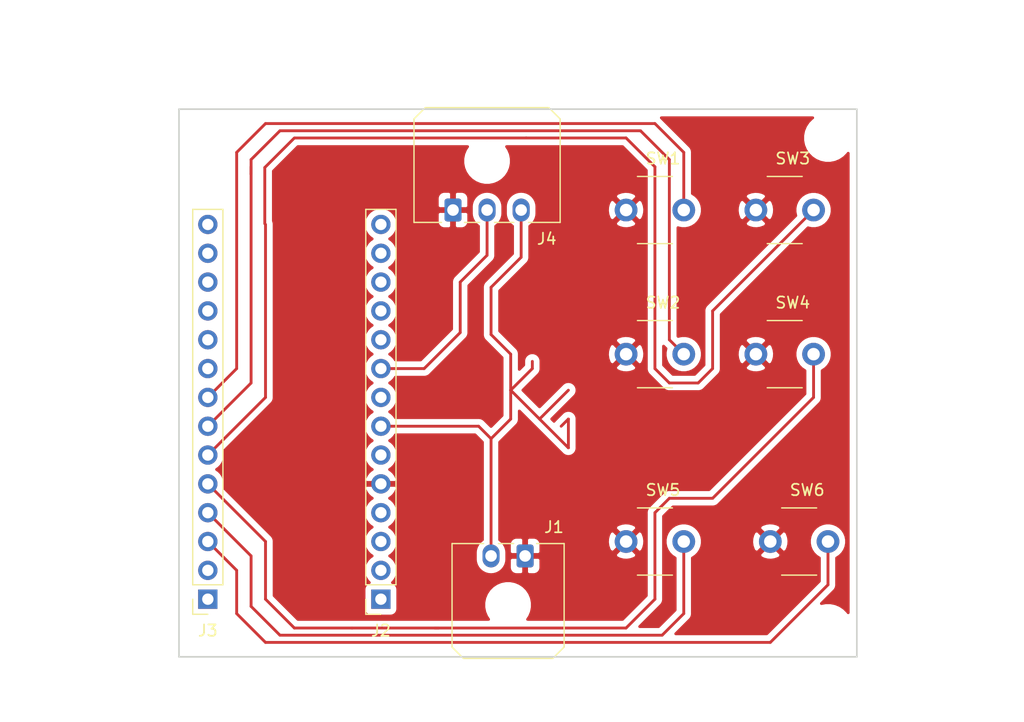
<source format=kicad_pcb>
(kicad_pcb (version 20171130) (host pcbnew "(5.1.9)-1")

  (general
    (thickness 1.6)
    (drawings 16)
    (tracks 78)
    (zones 0)
    (modules 13)
    (nets 29)
  )

  (page A4)
  (layers
    (0 F.Cu signal)
    (31 B.Cu signal)
    (32 B.Adhes user)
    (33 F.Adhes user)
    (34 B.Paste user)
    (35 F.Paste user)
    (36 B.SilkS user)
    (37 F.SilkS user)
    (38 B.Mask user)
    (39 F.Mask user)
    (40 Dwgs.User user)
    (41 Cmts.User user)
    (42 Eco1.User user)
    (43 Eco2.User user)
    (44 Edge.Cuts user)
    (45 Margin user)
    (46 B.CrtYd user)
    (47 F.CrtYd user)
    (48 B.Fab user)
    (49 F.Fab user)
  )

  (setup
    (last_trace_width 0.25)
    (trace_clearance 0.2)
    (zone_clearance 0.508)
    (zone_45_only no)
    (trace_min 0.2)
    (via_size 0.8)
    (via_drill 0.4)
    (via_min_size 0.4)
    (via_min_drill 0.3)
    (uvia_size 0.3)
    (uvia_drill 0.1)
    (uvias_allowed no)
    (uvia_min_size 0.2)
    (uvia_min_drill 0.1)
    (edge_width 0.05)
    (segment_width 0.2)
    (pcb_text_width 0.3)
    (pcb_text_size 1.5 1.5)
    (mod_edge_width 0.12)
    (mod_text_size 1 1)
    (mod_text_width 0.15)
    (pad_size 2.2 2.2)
    (pad_drill 2.2)
    (pad_to_mask_clearance 0)
    (aux_axis_origin 0 0)
    (visible_elements 7FFFFFFF)
    (pcbplotparams
      (layerselection 0x010fc_ffffffff)
      (usegerberextensions true)
      (usegerberattributes true)
      (usegerberadvancedattributes true)
      (creategerberjobfile true)
      (excludeedgelayer true)
      (linewidth 0.100000)
      (plotframeref false)
      (viasonmask false)
      (mode 1)
      (useauxorigin false)
      (hpglpennumber 1)
      (hpglpenspeed 20)
      (hpglpendiameter 15.000000)
      (psnegative false)
      (psa4output false)
      (plotreference true)
      (plotvalue false)
      (plotinvisibletext false)
      (padsonsilk false)
      (subtractmaskfromsilk false)
      (outputformat 1)
      (mirror false)
      (drillshape 0)
      (scaleselection 1)
      (outputdirectory ""))
  )

  (net 0 "")
  (net 1 "Net-(J1-Pad1)")
  (net 2 "Net-(J1-Pad2)")
  (net 3 "Net-(J2-Pad1)")
  (net 4 "Net-(J2-Pad2)")
  (net 5 "Net-(J2-Pad3)")
  (net 6 "Net-(J2-Pad4)")
  (net 7 "Net-(J2-Pad6)")
  (net 8 "Net-(J2-Pad8)")
  (net 9 "Net-(J2-Pad9)")
  (net 10 "Net-(J2-Pad10)")
  (net 11 "Net-(J2-Pad11)")
  (net 12 "Net-(J2-Pad12)")
  (net 13 "Net-(J2-Pad13)")
  (net 14 "Net-(J2-Pad14)")
  (net 15 "Net-(J3-Pad14)")
  (net 16 "Net-(J3-Pad13)")
  (net 17 "Net-(J3-Pad12)")
  (net 18 "Net-(J3-Pad11)")
  (net 19 "Net-(J3-Pad10)")
  (net 20 "Net-(J3-Pad9)")
  (net 21 "Net-(J3-Pad8)")
  (net 22 "Net-(J3-Pad7)")
  (net 23 "Net-(J3-Pad6)")
  (net 24 "Net-(J3-Pad5)")
  (net 25 "Net-(J3-Pad4)")
  (net 26 "Net-(J3-Pad3)")
  (net 27 "Net-(J3-Pad2)")
  (net 28 "Net-(J3-Pad1)")

  (net_class Default "This is the default net class."
    (clearance 0.2)
    (trace_width 0.25)
    (via_dia 0.8)
    (via_drill 0.4)
    (uvia_dia 0.3)
    (uvia_drill 0.1)
    (add_net "Net-(J1-Pad1)")
    (add_net "Net-(J1-Pad2)")
    (add_net "Net-(J2-Pad1)")
    (add_net "Net-(J2-Pad10)")
    (add_net "Net-(J2-Pad11)")
    (add_net "Net-(J2-Pad12)")
    (add_net "Net-(J2-Pad13)")
    (add_net "Net-(J2-Pad14)")
    (add_net "Net-(J2-Pad2)")
    (add_net "Net-(J2-Pad3)")
    (add_net "Net-(J2-Pad4)")
    (add_net "Net-(J2-Pad6)")
    (add_net "Net-(J2-Pad8)")
    (add_net "Net-(J2-Pad9)")
    (add_net "Net-(J3-Pad1)")
    (add_net "Net-(J3-Pad10)")
    (add_net "Net-(J3-Pad11)")
    (add_net "Net-(J3-Pad12)")
    (add_net "Net-(J3-Pad13)")
    (add_net "Net-(J3-Pad14)")
    (add_net "Net-(J3-Pad2)")
    (add_net "Net-(J3-Pad3)")
    (add_net "Net-(J3-Pad4)")
    (add_net "Net-(J3-Pad5)")
    (add_net "Net-(J3-Pad6)")
    (add_net "Net-(J3-Pad7)")
    (add_net "Net-(J3-Pad8)")
    (add_net "Net-(J3-Pad9)")
  )

  (module MountingHole:MountingHole_2.2mm_M2 (layer F.Cu) (tedit 56D1B4CB) (tstamp 6045BF82)
    (at 66.04 43.18)
    (descr "Mounting Hole 2.2mm, no annular, M2")
    (tags "mounting hole 2.2mm no annular m2")
    (attr virtual)
    (fp_text reference REF** (at 0 -3.2) (layer F.CrtYd)
      (effects (font (size 1 1) (thickness 0.15)))
    )
    (fp_text value MountingHole_2.2mm_M2 (at 0 3.2) (layer F.Fab)
      (effects (font (size 1 1) (thickness 0.15)))
    )
    (fp_text user %R (at 0.3 0) (layer F.Fab)
      (effects (font (size 1 1) (thickness 0.15)))
    )
    (fp_circle (center 0 0) (end 2.2 0) (layer Cmts.User) (width 0.15))
    (fp_circle (center 0 0) (end 2.45 0) (layer F.CrtYd) (width 0.05))
    (pad 1 np_thru_hole circle (at 0 0) (size 2.2 2.2) (drill 2.2) (layers *.Cu *.Mask))
  )

  (module MountingHole:MountingHole_2.2mm_M2 (layer F.Cu) (tedit 60455835) (tstamp 6045BF5E)
    (at 120.65 86.36)
    (descr "Mounting Hole 2.2mm, no annular, M2")
    (tags "mounting hole 2.2mm no annular m2")
    (clearance 0.5)
    (attr virtual)
    (fp_text reference REF** (at 5.08 1.905) (layer F.CrtYd)
      (effects (font (size 1 1) (thickness 0.15)))
    )
    (fp_text value MountingHole_2.2mm_M2 (at 0 3.2) (layer F.Fab)
      (effects (font (size 1 1) (thickness 0.15)))
    )
    (fp_text user %R (at 0.3 0) (layer F.Fab)
      (effects (font (size 1 1) (thickness 0.15)))
    )
    (fp_circle (center 0 0) (end 2.2 0) (layer Cmts.User) (width 0.15))
    (fp_circle (center 0 0) (end 2.45 0) (layer F.CrtYd) (width 0.05))
    (pad "" np_thru_hole circle (at 0 0) (size 2.2 2.2) (drill 2.2) (layers *.Cu *.Mask)
      (clearance 1))
  )

  (module MountingHole:MountingHole_2.2mm_M2 (layer F.Cu) (tedit 604558A4) (tstamp 6045BF3A)
    (at 120.65 43.18)
    (descr "Mounting Hole 2.2mm, no annular, M2")
    (tags "mounting hole 2.2mm no annular m2")
    (attr virtual)
    (fp_text reference REF** (at 0 -3.2) (layer F.CrtYd)
      (effects (font (size 1 1) (thickness 0.15)))
    )
    (fp_text value MountingHole_2.2mm_M2 (at 0 3.2) (layer F.Fab)
      (effects (font (size 1 1) (thickness 0.15)))
    )
    (fp_text user %R (at 0.3 0) (layer F.Fab)
      (effects (font (size 1 1) (thickness 0.15)))
    )
    (fp_circle (center 0 0) (end 2.2 0) (layer Cmts.User) (width 0.15))
    (fp_circle (center 0 0) (end 2.45 0) (layer F.CrtYd) (width 0.05))
    (pad "" np_thru_hole circle (at 0 0) (size 2.2 2.2) (drill 2.2) (layers *.Cu *.Mask)
      (clearance 1))
  )

  (module My_kicad_footprints:SW_PUSH_6mm_H5mm-2pin-with3D (layer F.Cu) (tedit 60455585) (tstamp 6045848C)
    (at 118.11 78.74)
    (descr "tactile push button, 6x6mm with 2 pins, height=5mm")
    (tags "tact sw push 6mm")
    (path /604714DB)
    (fp_text reference SW6 (at 0.71 -4.54) (layer F.SilkS)
      (effects (font (size 1 1) (thickness 0.15)))
    )
    (fp_text value SW_Push (at 1.016 5.08) (layer F.Fab)
      (effects (font (size 1 1) (thickness 0.15)))
    )
    (fp_text user %R (at 0.71 -0.29) (layer F.Fab)
      (effects (font (size 1 1) (thickness 0.15)))
    )
    (fp_line (start 1.54 -2.96) (end -1.54 -2.96) (layer F.SilkS) (width 0.12))
    (fp_line (start -1.54 2.96) (end 1.54 2.96) (layer F.SilkS) (width 0.12))
    (fp_line (start -2.54 2.54) (end -2.54 -2.54) (layer F.Fab) (width 0.12))
    (fp_line (start 2.54 2.54) (end -2.54 2.54) (layer F.Fab) (width 0.12))
    (fp_line (start 2.54 -2.54) (end 2.54 2.54) (layer F.Fab) (width 0.12))
    (fp_line (start -2.54 -2.54) (end 2.54 -2.54) (layer F.Fab) (width 0.12))
    (fp_circle (center 0 0) (end 1.27 0) (layer F.Fab) (width 0.12))
    (fp_line (start -3.81 3.81) (end -3.81 -3.81) (layer F.CrtYd) (width 0.12))
    (fp_line (start 3.81 3.81) (end -3.81 3.81) (layer F.CrtYd) (width 0.12))
    (fp_line (start 3.81 -3.81) (end 3.81 3.81) (layer F.CrtYd) (width 0.12))
    (fp_line (start -3.81 -3.81) (end 3.81 -3.81) (layer F.CrtYd) (width 0.12))
    (pad 2 thru_hole circle (at 2.54 0 90) (size 2 2) (drill 1.1) (layers *.Cu *.Mask)
      (net 26 "Net-(J3-Pad3)"))
    (pad 1 thru_hole circle (at -2.54 0 90) (size 2 2) (drill 1.1) (layers *.Cu *.Mask)
      (net 1 "Net-(J1-Pad1)"))
    (model "${MYPARTS}/6mm-5mm-pushbutton v1.step"
      (at (xyz 0 0 0))
      (scale (xyz 1 1 1))
      (rotate (xyz 0 90 0))
    )
  )

  (module My_kicad_footprints:SW_PUSH_6mm_H5mm-2pin-with3D (layer F.Cu) (tedit 60455585) (tstamp 6045847A)
    (at 105.41 78.74)
    (descr "tactile push button, 6x6mm with 2 pins, height=5mm")
    (tags "tact sw push 6mm")
    (path /60471868)
    (fp_text reference SW5 (at 0.71 -4.54) (layer F.SilkS)
      (effects (font (size 1 1) (thickness 0.15)))
    )
    (fp_text value SW_Push (at 1.016 5.08) (layer F.Fab)
      (effects (font (size 1 1) (thickness 0.15)))
    )
    (fp_text user %R (at 0.71 -0.29) (layer F.Fab)
      (effects (font (size 1 1) (thickness 0.15)))
    )
    (fp_line (start 1.54 -2.96) (end -1.54 -2.96) (layer F.SilkS) (width 0.12))
    (fp_line (start -1.54 2.96) (end 1.54 2.96) (layer F.SilkS) (width 0.12))
    (fp_line (start -2.54 2.54) (end -2.54 -2.54) (layer F.Fab) (width 0.12))
    (fp_line (start 2.54 2.54) (end -2.54 2.54) (layer F.Fab) (width 0.12))
    (fp_line (start 2.54 -2.54) (end 2.54 2.54) (layer F.Fab) (width 0.12))
    (fp_line (start -2.54 -2.54) (end 2.54 -2.54) (layer F.Fab) (width 0.12))
    (fp_circle (center 0 0) (end 1.27 0) (layer F.Fab) (width 0.12))
    (fp_line (start -3.81 3.81) (end -3.81 -3.81) (layer F.CrtYd) (width 0.12))
    (fp_line (start 3.81 3.81) (end -3.81 3.81) (layer F.CrtYd) (width 0.12))
    (fp_line (start 3.81 -3.81) (end 3.81 3.81) (layer F.CrtYd) (width 0.12))
    (fp_line (start -3.81 -3.81) (end 3.81 -3.81) (layer F.CrtYd) (width 0.12))
    (pad 2 thru_hole circle (at 2.54 0 90) (size 2 2) (drill 1.1) (layers *.Cu *.Mask)
      (net 25 "Net-(J3-Pad4)"))
    (pad 1 thru_hole circle (at -2.54 0 90) (size 2 2) (drill 1.1) (layers *.Cu *.Mask)
      (net 1 "Net-(J1-Pad1)"))
    (model "${MYPARTS}/6mm-5mm-pushbutton v1.step"
      (at (xyz 0 0 0))
      (scale (xyz 1 1 1))
      (rotate (xyz 0 90 0))
    )
  )

  (module My_kicad_footprints:SW_PUSH_6mm_H5mm-2pin-with3D (layer F.Cu) (tedit 60455585) (tstamp 60458468)
    (at 116.84 62.23)
    (descr "tactile push button, 6x6mm with 2 pins, height=5mm")
    (tags "tact sw push 6mm")
    (path /6047118F)
    (fp_text reference SW4 (at 0.71 -4.54) (layer F.SilkS)
      (effects (font (size 1 1) (thickness 0.15)))
    )
    (fp_text value SW_Push (at 1.016 5.08) (layer F.Fab)
      (effects (font (size 1 1) (thickness 0.15)))
    )
    (fp_text user %R (at 0.71 -0.29) (layer F.Fab)
      (effects (font (size 1 1) (thickness 0.15)))
    )
    (fp_line (start 1.54 -2.96) (end -1.54 -2.96) (layer F.SilkS) (width 0.12))
    (fp_line (start -1.54 2.96) (end 1.54 2.96) (layer F.SilkS) (width 0.12))
    (fp_line (start -2.54 2.54) (end -2.54 -2.54) (layer F.Fab) (width 0.12))
    (fp_line (start 2.54 2.54) (end -2.54 2.54) (layer F.Fab) (width 0.12))
    (fp_line (start 2.54 -2.54) (end 2.54 2.54) (layer F.Fab) (width 0.12))
    (fp_line (start -2.54 -2.54) (end 2.54 -2.54) (layer F.Fab) (width 0.12))
    (fp_circle (center 0 0) (end 1.27 0) (layer F.Fab) (width 0.12))
    (fp_line (start -3.81 3.81) (end -3.81 -3.81) (layer F.CrtYd) (width 0.12))
    (fp_line (start 3.81 3.81) (end -3.81 3.81) (layer F.CrtYd) (width 0.12))
    (fp_line (start 3.81 -3.81) (end 3.81 3.81) (layer F.CrtYd) (width 0.12))
    (fp_line (start -3.81 -3.81) (end 3.81 -3.81) (layer F.CrtYd) (width 0.12))
    (pad 2 thru_hole circle (at 2.54 0 90) (size 2 2) (drill 1.1) (layers *.Cu *.Mask)
      (net 24 "Net-(J3-Pad5)"))
    (pad 1 thru_hole circle (at -2.54 0 90) (size 2 2) (drill 1.1) (layers *.Cu *.Mask)
      (net 1 "Net-(J1-Pad1)"))
    (model "${MYPARTS}/6mm-5mm-pushbutton v1.step"
      (at (xyz 0 0 0))
      (scale (xyz 1 1 1))
      (rotate (xyz 0 90 0))
    )
  )

  (module My_kicad_footprints:SW_PUSH_6mm_H5mm-2pin-with3D (layer F.Cu) (tedit 60455585) (tstamp 60458456)
    (at 116.84 49.53)
    (descr "tactile push button, 6x6mm with 2 pins, height=5mm")
    (tags "tact sw push 6mm")
    (path /6046FAAD)
    (fp_text reference SW3 (at 0.71 -4.54) (layer F.SilkS)
      (effects (font (size 1 1) (thickness 0.15)))
    )
    (fp_text value SW_Push (at 1.016 5.08) (layer F.Fab)
      (effects (font (size 1 1) (thickness 0.15)))
    )
    (fp_text user %R (at 0.71 -0.29) (layer F.Fab)
      (effects (font (size 1 1) (thickness 0.15)))
    )
    (fp_line (start 1.54 -2.96) (end -1.54 -2.96) (layer F.SilkS) (width 0.12))
    (fp_line (start -1.54 2.96) (end 1.54 2.96) (layer F.SilkS) (width 0.12))
    (fp_line (start -2.54 2.54) (end -2.54 -2.54) (layer F.Fab) (width 0.12))
    (fp_line (start 2.54 2.54) (end -2.54 2.54) (layer F.Fab) (width 0.12))
    (fp_line (start 2.54 -2.54) (end 2.54 2.54) (layer F.Fab) (width 0.12))
    (fp_line (start -2.54 -2.54) (end 2.54 -2.54) (layer F.Fab) (width 0.12))
    (fp_circle (center 0 0) (end 1.27 0) (layer F.Fab) (width 0.12))
    (fp_line (start -3.81 3.81) (end -3.81 -3.81) (layer F.CrtYd) (width 0.12))
    (fp_line (start 3.81 3.81) (end -3.81 3.81) (layer F.CrtYd) (width 0.12))
    (fp_line (start 3.81 -3.81) (end 3.81 3.81) (layer F.CrtYd) (width 0.12))
    (fp_line (start -3.81 -3.81) (end 3.81 -3.81) (layer F.CrtYd) (width 0.12))
    (pad 2 thru_hole circle (at 2.54 0 90) (size 2 2) (drill 1.1) (layers *.Cu *.Mask)
      (net 23 "Net-(J3-Pad6)"))
    (pad 1 thru_hole circle (at -2.54 0 90) (size 2 2) (drill 1.1) (layers *.Cu *.Mask)
      (net 1 "Net-(J1-Pad1)"))
    (model "${MYPARTS}/6mm-5mm-pushbutton v1.step"
      (at (xyz 0 0 0))
      (scale (xyz 1 1 1))
      (rotate (xyz 0 90 0))
    )
  )

  (module My_kicad_footprints:SW_PUSH_6mm_H5mm-2pin-with3D (layer F.Cu) (tedit 60455585) (tstamp 60458444)
    (at 105.41 62.23)
    (descr "tactile push button, 6x6mm with 2 pins, height=5mm")
    (tags "tact sw push 6mm")
    (path /60470E0C)
    (fp_text reference SW2 (at 0.71 -4.54) (layer F.SilkS)
      (effects (font (size 1 1) (thickness 0.15)))
    )
    (fp_text value SW_Push (at 1.016 5.08) (layer F.Fab)
      (effects (font (size 1 1) (thickness 0.15)))
    )
    (fp_text user %R (at 0.71 -0.29) (layer F.Fab)
      (effects (font (size 1 1) (thickness 0.15)))
    )
    (fp_line (start 1.54 -2.96) (end -1.54 -2.96) (layer F.SilkS) (width 0.12))
    (fp_line (start -1.54 2.96) (end 1.54 2.96) (layer F.SilkS) (width 0.12))
    (fp_line (start -2.54 2.54) (end -2.54 -2.54) (layer F.Fab) (width 0.12))
    (fp_line (start 2.54 2.54) (end -2.54 2.54) (layer F.Fab) (width 0.12))
    (fp_line (start 2.54 -2.54) (end 2.54 2.54) (layer F.Fab) (width 0.12))
    (fp_line (start -2.54 -2.54) (end 2.54 -2.54) (layer F.Fab) (width 0.12))
    (fp_circle (center 0 0) (end 1.27 0) (layer F.Fab) (width 0.12))
    (fp_line (start -3.81 3.81) (end -3.81 -3.81) (layer F.CrtYd) (width 0.12))
    (fp_line (start 3.81 3.81) (end -3.81 3.81) (layer F.CrtYd) (width 0.12))
    (fp_line (start 3.81 -3.81) (end 3.81 3.81) (layer F.CrtYd) (width 0.12))
    (fp_line (start -3.81 -3.81) (end 3.81 -3.81) (layer F.CrtYd) (width 0.12))
    (pad 2 thru_hole circle (at 2.54 0 90) (size 2 2) (drill 1.1) (layers *.Cu *.Mask)
      (net 22 "Net-(J3-Pad7)"))
    (pad 1 thru_hole circle (at -2.54 0 90) (size 2 2) (drill 1.1) (layers *.Cu *.Mask)
      (net 1 "Net-(J1-Pad1)"))
    (model "${MYPARTS}/6mm-5mm-pushbutton v1.step"
      (at (xyz 0 0 0))
      (scale (xyz 1 1 1))
      (rotate (xyz 0 90 0))
    )
  )

  (module My_kicad_footprints:SW_PUSH_6mm_H5mm-2pin-with3D (layer F.Cu) (tedit 60455585) (tstamp 60458432)
    (at 105.41 49.53)
    (descr "tactile push button, 6x6mm with 2 pins, height=5mm")
    (tags "tact sw push 6mm")
    (path /604706CC)
    (fp_text reference SW1 (at 0.71 -4.54) (layer F.SilkS)
      (effects (font (size 1 1) (thickness 0.15)))
    )
    (fp_text value SW_Push (at 1.016 5.08) (layer F.Fab)
      (effects (font (size 1 1) (thickness 0.15)))
    )
    (fp_text user %R (at 0.71 -0.29) (layer F.Fab)
      (effects (font (size 1 1) (thickness 0.15)))
    )
    (fp_line (start 1.54 -2.96) (end -1.54 -2.96) (layer F.SilkS) (width 0.12))
    (fp_line (start -1.54 2.96) (end 1.54 2.96) (layer F.SilkS) (width 0.12))
    (fp_line (start -2.54 2.54) (end -2.54 -2.54) (layer F.Fab) (width 0.12))
    (fp_line (start 2.54 2.54) (end -2.54 2.54) (layer F.Fab) (width 0.12))
    (fp_line (start 2.54 -2.54) (end 2.54 2.54) (layer F.Fab) (width 0.12))
    (fp_line (start -2.54 -2.54) (end 2.54 -2.54) (layer F.Fab) (width 0.12))
    (fp_circle (center 0 0) (end 1.27 0) (layer F.Fab) (width 0.12))
    (fp_line (start -3.81 3.81) (end -3.81 -3.81) (layer F.CrtYd) (width 0.12))
    (fp_line (start 3.81 3.81) (end -3.81 3.81) (layer F.CrtYd) (width 0.12))
    (fp_line (start 3.81 -3.81) (end 3.81 3.81) (layer F.CrtYd) (width 0.12))
    (fp_line (start -3.81 -3.81) (end 3.81 -3.81) (layer F.CrtYd) (width 0.12))
    (pad 2 thru_hole circle (at 2.54 0 90) (size 2 2) (drill 1.1) (layers *.Cu *.Mask)
      (net 21 "Net-(J3-Pad8)"))
    (pad 1 thru_hole circle (at -2.54 0 90) (size 2 2) (drill 1.1) (layers *.Cu *.Mask)
      (net 1 "Net-(J1-Pad1)"))
    (model "${MYPARTS}/6mm-5mm-pushbutton v1.step"
      (at (xyz 0 0 0))
      (scale (xyz 1 1 1))
      (rotate (xyz 0 90 0))
    )
  )

  (module My_kicad_footprints:Molex_Micro-Fit_3.0_43650-0300_1x03_P3.00mm_Horizontal-with3D (layer F.Cu) (tedit 60454D98) (tstamp 60458420)
    (at 87.63 49.53)
    (descr "Molex Micro-Fit 3.0 Connector System, 43650-0300 (compatible alternatives: 43650-0301, 43650-0302), 3 Pins per row (https://www.molex.com/pdm_docs/sd/436500300_sd.pdf), generated with kicad-footprint-generator")
    (tags "connector Molex Micro-Fit_3.0 top entry")
    (path /6047689B)
    (fp_text reference J4 (at 8.255 2.54) (layer F.SilkS)
      (effects (font (size 1 1) (thickness 0.15)))
    )
    (fp_text value Conn_01x03 (at 3 3.22) (layer F.Fab)
      (effects (font (size 1 1) (thickness 0.15)))
    )
    (fp_line (start -3.325 0.98) (end -3.325 -7.92) (layer F.Fab) (width 0.1))
    (fp_line (start -3.325 -7.92) (end -2.325 -8.92) (layer F.Fab) (width 0.1))
    (fp_line (start -2.325 -8.92) (end 8.325 -8.92) (layer F.Fab) (width 0.1))
    (fp_line (start 8.325 -8.92) (end 9.325 -7.92) (layer F.Fab) (width 0.1))
    (fp_line (start 9.325 -7.92) (end 9.325 0.98) (layer F.Fab) (width 0.1))
    (fp_line (start 9.325 0.98) (end -3.325 0.98) (layer F.Fab) (width 0.1))
    (fp_line (start -0.75 0.98) (end 0 0) (layer F.Fab) (width 0.1))
    (fp_line (start 0 0) (end 0.75 0.98) (layer F.Fab) (width 0.1))
    (fp_line (start -3.435 1.09) (end -3.435 -8.03) (layer F.SilkS) (width 0.12))
    (fp_line (start -3.435 -8.03) (end -2.435 -9.03) (layer F.SilkS) (width 0.12))
    (fp_line (start -2.435 -9.03) (end 8.435 -9.03) (layer F.SilkS) (width 0.12))
    (fp_line (start 8.435 -9.03) (end 9.435 -8.03) (layer F.SilkS) (width 0.12))
    (fp_line (start 9.435 -8.03) (end 9.435 1.09) (layer F.SilkS) (width 0.12))
    (fp_line (start -3.435 1.09) (end -1.01 1.09) (layer F.SilkS) (width 0.12))
    (fp_line (start 9.435 1.09) (end 6.651767 1.09) (layer F.SilkS) (width 0.12))
    (fp_line (start 1.01 1.09) (end 2.348233 1.09) (layer F.SilkS) (width 0.12))
    (fp_line (start 3.651767 1.09) (end 5.348233 1.09) (layer F.SilkS) (width 0.12))
    (fp_line (start -3.82 1.48) (end -3.82 -9.42) (layer F.CrtYd) (width 0.05))
    (fp_line (start -3.82 -9.42) (end 9.82 -9.42) (layer F.CrtYd) (width 0.05))
    (fp_line (start 9.82 -9.42) (end 9.82 1.48) (layer F.CrtYd) (width 0.05))
    (fp_line (start 9.82 1.48) (end -3.82 1.48) (layer F.CrtYd) (width 0.05))
    (fp_text user %R (at 3 -8.22) (layer F.Fab)
      (effects (font (size 1 1) (thickness 0.15)))
    )
    (pad 3 thru_hole oval (at 6 0) (size 1.5 2.02) (drill 1.02) (layers *.Cu *.Mask)
      (net 2 "Net-(J1-Pad2)"))
    (pad 2 thru_hole oval (at 3 0) (size 1.5 2.02) (drill 1.02) (layers *.Cu *.Mask)
      (net 9 "Net-(J2-Pad9)"))
    (pad 1 thru_hole roundrect (at 0 0) (size 1.5 2.02) (drill 1.02) (layers *.Cu *.Mask) (roundrect_rratio 0.1666666666666667)
      (net 1 "Net-(J1-Pad1)"))
    (pad "" np_thru_hole circle (at 3 -4.32) (size 3 3) (drill 3) (layers *.Cu *.Mask))
    (model ${KISYS3DMOD}/Connector_Molex.3dshapes/Molex_Micro-Fit_3.0_43650-0300_1x03_P3.00mm_Horizontal.wrl
      (at (xyz 0 0 0))
      (scale (xyz 1 1 1))
      (rotate (xyz 0 0 0))
    )
    (model ${MYPARTS}/436500300.stp
      (offset (xyz 3 4 2))
      (scale (xyz 1 1 1))
      (rotate (xyz -90 0 180))
    )
  )

  (module My_kicad_footprints:Molex_Micro-Fit_3.0_43650-0200_1x02_P3.00mm_Horizontal-with3D (layer F.Cu) (tedit 60454D06) (tstamp 604583BE)
    (at 93.98 80.01 180)
    (descr "Molex Micro-Fit 3.0 Connector System, 43650-0200 (compatible alternatives: 43650-0201, 43650-0202), 2 Pins per row (https://www.molex.com/pdm_docs/sd/436500300_sd.pdf), generated with kicad-footprint-generator")
    (tags "connector Molex Micro-Fit_3.0 top entry")
    (path /604763EC)
    (fp_text reference J1 (at -2.54 2.54) (layer F.SilkS)
      (effects (font (size 1 1) (thickness 0.15)))
    )
    (fp_text value Conn_01x02 (at 1.5 3.22) (layer F.Fab)
      (effects (font (size 1 1) (thickness 0.15)))
    )
    (fp_line (start -3.325 0.98) (end -3.325 -7.92) (layer F.Fab) (width 0.1))
    (fp_line (start -3.325 -7.92) (end -2.325 -8.92) (layer F.Fab) (width 0.1))
    (fp_line (start -2.325 -8.92) (end 5.325 -8.92) (layer F.Fab) (width 0.1))
    (fp_line (start 5.325 -8.92) (end 6.325 -7.92) (layer F.Fab) (width 0.1))
    (fp_line (start 6.325 -7.92) (end 6.325 0.98) (layer F.Fab) (width 0.1))
    (fp_line (start 6.325 0.98) (end -3.325 0.98) (layer F.Fab) (width 0.1))
    (fp_line (start -0.75 0.98) (end 0 0) (layer F.Fab) (width 0.1))
    (fp_line (start 0 0) (end 0.75 0.98) (layer F.Fab) (width 0.1))
    (fp_line (start -3.435 1.09) (end -3.435 -8.03) (layer F.SilkS) (width 0.12))
    (fp_line (start -3.435 -8.03) (end -2.435 -9.03) (layer F.SilkS) (width 0.12))
    (fp_line (start -2.435 -9.03) (end 5.435 -9.03) (layer F.SilkS) (width 0.12))
    (fp_line (start 5.435 -9.03) (end 6.435 -8.03) (layer F.SilkS) (width 0.12))
    (fp_line (start 6.435 -8.03) (end 6.435 1.09) (layer F.SilkS) (width 0.12))
    (fp_line (start -3.435 1.09) (end -1.01 1.09) (layer F.SilkS) (width 0.12))
    (fp_line (start 6.435 1.09) (end 3.651767 1.09) (layer F.SilkS) (width 0.12))
    (fp_line (start 1.01 1.09) (end 2.348233 1.09) (layer F.SilkS) (width 0.12))
    (fp_line (start -3.82 1.48) (end -3.82 -9.42) (layer F.CrtYd) (width 0.05))
    (fp_line (start -3.82 -9.42) (end 6.82 -9.42) (layer F.CrtYd) (width 0.05))
    (fp_line (start 6.82 -9.42) (end 6.82 1.48) (layer F.CrtYd) (width 0.05))
    (fp_line (start 6.82 1.48) (end -3.82 1.48) (layer F.CrtYd) (width 0.05))
    (fp_text user %R (at 1.5 -8.22) (layer F.Fab)
      (effects (font (size 1 1) (thickness 0.15)))
    )
    (pad 2 thru_hole oval (at 3 0 180) (size 1.5 2.02) (drill 1.02) (layers *.Cu *.Mask)
      (net 2 "Net-(J1-Pad2)"))
    (pad 1 thru_hole roundrect (at 0 0 180) (size 1.5 2.02) (drill 1.02) (layers *.Cu *.Mask) (roundrect_rratio 0.1666666666666667)
      (net 1 "Net-(J1-Pad1)"))
    (pad "" np_thru_hole circle (at 1.5 -4.32 180) (size 3 3) (drill 3) (layers *.Cu *.Mask))
    (model ${KISYS3DMOD}/Connector_Molex.3dshapes/Molex_Micro-Fit_3.0_43650-0200_1x02_P3.00mm_Horizontal.wrl
      (at (xyz 0 0 0))
      (scale (xyz 1 1 1))
      (rotate (xyz 0 0 0))
    )
    (model ${MYPARTS}/436500200.stp
      (offset (xyz 1.5 4 2))
      (scale (xyz 1 1 1))
      (rotate (xyz -90 0 180))
    )
  )

  (module Connector_PinSocket_2.54mm:PinSocket_1x14_P2.54mm_Vertical (layer F.Cu) (tedit 5A19A434) (tstamp 604583E0)
    (at 81.28 83.82 180)
    (descr "Through hole straight socket strip, 1x14, 2.54mm pitch, single row (from Kicad 4.0.7), script generated")
    (tags "Through hole socket strip THT 1x14 2.54mm single row")
    (path /6048EB3B)
    (fp_text reference J2 (at 0 -2.77) (layer F.SilkS)
      (effects (font (size 1 1) (thickness 0.15)))
    )
    (fp_text value Conn_01x14 (at 0 35.79) (layer F.Fab)
      (effects (font (size 1 1) (thickness 0.15)))
    )
    (fp_line (start -1.27 -1.27) (end 0.635 -1.27) (layer F.Fab) (width 0.1))
    (fp_line (start 0.635 -1.27) (end 1.27 -0.635) (layer F.Fab) (width 0.1))
    (fp_line (start 1.27 -0.635) (end 1.27 34.29) (layer F.Fab) (width 0.1))
    (fp_line (start 1.27 34.29) (end -1.27 34.29) (layer F.Fab) (width 0.1))
    (fp_line (start -1.27 34.29) (end -1.27 -1.27) (layer F.Fab) (width 0.1))
    (fp_line (start -1.33 1.27) (end 1.33 1.27) (layer F.SilkS) (width 0.12))
    (fp_line (start -1.33 1.27) (end -1.33 34.35) (layer F.SilkS) (width 0.12))
    (fp_line (start -1.33 34.35) (end 1.33 34.35) (layer F.SilkS) (width 0.12))
    (fp_line (start 1.33 1.27) (end 1.33 34.35) (layer F.SilkS) (width 0.12))
    (fp_line (start 1.33 -1.33) (end 1.33 0) (layer F.SilkS) (width 0.12))
    (fp_line (start 0 -1.33) (end 1.33 -1.33) (layer F.SilkS) (width 0.12))
    (fp_line (start -1.8 -1.8) (end 1.75 -1.8) (layer F.CrtYd) (width 0.05))
    (fp_line (start 1.75 -1.8) (end 1.75 34.8) (layer F.CrtYd) (width 0.05))
    (fp_line (start 1.75 34.8) (end -1.8 34.8) (layer F.CrtYd) (width 0.05))
    (fp_line (start -1.8 34.8) (end -1.8 -1.8) (layer F.CrtYd) (width 0.05))
    (fp_text user %R (at 0 16.51 90) (layer F.Fab)
      (effects (font (size 1 1) (thickness 0.15)))
    )
    (pad 1 thru_hole rect (at 0 0 180) (size 1.7 1.7) (drill 1) (layers *.Cu *.Mask)
      (net 3 "Net-(J2-Pad1)"))
    (pad 2 thru_hole oval (at 0 2.54 180) (size 1.7 1.7) (drill 1) (layers *.Cu *.Mask)
      (net 4 "Net-(J2-Pad2)"))
    (pad 3 thru_hole oval (at 0 5.08 180) (size 1.7 1.7) (drill 1) (layers *.Cu *.Mask)
      (net 5 "Net-(J2-Pad3)"))
    (pad 4 thru_hole oval (at 0 7.62 180) (size 1.7 1.7) (drill 1) (layers *.Cu *.Mask)
      (net 6 "Net-(J2-Pad4)"))
    (pad 5 thru_hole oval (at 0 10.16 180) (size 1.7 1.7) (drill 1) (layers *.Cu *.Mask)
      (net 1 "Net-(J1-Pad1)"))
    (pad 6 thru_hole oval (at 0 12.7 180) (size 1.7 1.7) (drill 1) (layers *.Cu *.Mask)
      (net 7 "Net-(J2-Pad6)"))
    (pad 7 thru_hole oval (at 0 15.24 180) (size 1.7 1.7) (drill 1) (layers *.Cu *.Mask)
      (net 2 "Net-(J1-Pad2)"))
    (pad 8 thru_hole oval (at 0 17.78 180) (size 1.7 1.7) (drill 1) (layers *.Cu *.Mask)
      (net 8 "Net-(J2-Pad8)"))
    (pad 9 thru_hole oval (at 0 20.32 180) (size 1.7 1.7) (drill 1) (layers *.Cu *.Mask)
      (net 9 "Net-(J2-Pad9)"))
    (pad 10 thru_hole oval (at 0 22.86 180) (size 1.7 1.7) (drill 1) (layers *.Cu *.Mask)
      (net 10 "Net-(J2-Pad10)"))
    (pad 11 thru_hole oval (at 0 25.4 180) (size 1.7 1.7) (drill 1) (layers *.Cu *.Mask)
      (net 11 "Net-(J2-Pad11)"))
    (pad 12 thru_hole oval (at 0 27.94 180) (size 1.7 1.7) (drill 1) (layers *.Cu *.Mask)
      (net 12 "Net-(J2-Pad12)"))
    (pad 13 thru_hole oval (at 0 30.48 180) (size 1.7 1.7) (drill 1) (layers *.Cu *.Mask)
      (net 13 "Net-(J2-Pad13)"))
    (pad 14 thru_hole oval (at 0 33.02 180) (size 1.7 1.7) (drill 1) (layers *.Cu *.Mask)
      (net 14 "Net-(J2-Pad14)"))
    (model ${KISYS3DMOD}/Connector_PinSocket_2.54mm.3dshapes/PinSocket_1x14_P2.54mm_Vertical.wrl
      (at (xyz 0 0 0))
      (scale (xyz 1 1 1))
      (rotate (xyz 0 0 0))
    )
  )

  (module Connector_PinSocket_2.54mm:PinSocket_1x14_P2.54mm_Vertical (layer F.Cu) (tedit 5A19A434) (tstamp 60458402)
    (at 66.04 83.82 180)
    (descr "Through hole straight socket strip, 1x14, 2.54mm pitch, single row (from Kicad 4.0.7), script generated")
    (tags "Through hole socket strip THT 1x14 2.54mm single row")
    (path /6048F929)
    (fp_text reference J3 (at 0 -2.77) (layer F.SilkS)
      (effects (font (size 1 1) (thickness 0.15)))
    )
    (fp_text value Conn_01x14 (at 0 35.79) (layer F.Fab)
      (effects (font (size 1 1) (thickness 0.15)))
    )
    (fp_line (start -1.8 34.8) (end -1.8 -1.8) (layer F.CrtYd) (width 0.05))
    (fp_line (start 1.75 34.8) (end -1.8 34.8) (layer F.CrtYd) (width 0.05))
    (fp_line (start 1.75 -1.8) (end 1.75 34.8) (layer F.CrtYd) (width 0.05))
    (fp_line (start -1.8 -1.8) (end 1.75 -1.8) (layer F.CrtYd) (width 0.05))
    (fp_line (start 0 -1.33) (end 1.33 -1.33) (layer F.SilkS) (width 0.12))
    (fp_line (start 1.33 -1.33) (end 1.33 0) (layer F.SilkS) (width 0.12))
    (fp_line (start 1.33 1.27) (end 1.33 34.35) (layer F.SilkS) (width 0.12))
    (fp_line (start -1.33 34.35) (end 1.33 34.35) (layer F.SilkS) (width 0.12))
    (fp_line (start -1.33 1.27) (end -1.33 34.35) (layer F.SilkS) (width 0.12))
    (fp_line (start -1.33 1.27) (end 1.33 1.27) (layer F.SilkS) (width 0.12))
    (fp_line (start -1.27 34.29) (end -1.27 -1.27) (layer F.Fab) (width 0.1))
    (fp_line (start 1.27 34.29) (end -1.27 34.29) (layer F.Fab) (width 0.1))
    (fp_line (start 1.27 -0.635) (end 1.27 34.29) (layer F.Fab) (width 0.1))
    (fp_line (start 0.635 -1.27) (end 1.27 -0.635) (layer F.Fab) (width 0.1))
    (fp_line (start -1.27 -1.27) (end 0.635 -1.27) (layer F.Fab) (width 0.1))
    (fp_text user %R (at 0 16.51 90) (layer F.Fab)
      (effects (font (size 1 1) (thickness 0.15)))
    )
    (pad 14 thru_hole oval (at 0 33.02 180) (size 1.7 1.7) (drill 1) (layers *.Cu *.Mask)
      (net 15 "Net-(J3-Pad14)"))
    (pad 13 thru_hole oval (at 0 30.48 180) (size 1.7 1.7) (drill 1) (layers *.Cu *.Mask)
      (net 16 "Net-(J3-Pad13)"))
    (pad 12 thru_hole oval (at 0 27.94 180) (size 1.7 1.7) (drill 1) (layers *.Cu *.Mask)
      (net 17 "Net-(J3-Pad12)"))
    (pad 11 thru_hole oval (at 0 25.4 180) (size 1.7 1.7) (drill 1) (layers *.Cu *.Mask)
      (net 18 "Net-(J3-Pad11)"))
    (pad 10 thru_hole oval (at 0 22.86 180) (size 1.7 1.7) (drill 1) (layers *.Cu *.Mask)
      (net 19 "Net-(J3-Pad10)"))
    (pad 9 thru_hole oval (at 0 20.32 180) (size 1.7 1.7) (drill 1) (layers *.Cu *.Mask)
      (net 20 "Net-(J3-Pad9)"))
    (pad 8 thru_hole oval (at 0 17.78 180) (size 1.7 1.7) (drill 1) (layers *.Cu *.Mask)
      (net 21 "Net-(J3-Pad8)"))
    (pad 7 thru_hole oval (at 0 15.24 180) (size 1.7 1.7) (drill 1) (layers *.Cu *.Mask)
      (net 22 "Net-(J3-Pad7)"))
    (pad 6 thru_hole oval (at 0 12.7 180) (size 1.7 1.7) (drill 1) (layers *.Cu *.Mask)
      (net 23 "Net-(J3-Pad6)"))
    (pad 5 thru_hole oval (at 0 10.16 180) (size 1.7 1.7) (drill 1) (layers *.Cu *.Mask)
      (net 24 "Net-(J3-Pad5)"))
    (pad 4 thru_hole oval (at 0 7.62 180) (size 1.7 1.7) (drill 1) (layers *.Cu *.Mask)
      (net 25 "Net-(J3-Pad4)"))
    (pad 3 thru_hole oval (at 0 5.08 180) (size 1.7 1.7) (drill 1) (layers *.Cu *.Mask)
      (net 26 "Net-(J3-Pad3)"))
    (pad 2 thru_hole oval (at 0 2.54 180) (size 1.7 1.7) (drill 1) (layers *.Cu *.Mask)
      (net 27 "Net-(J3-Pad2)"))
    (pad 1 thru_hole rect (at 0 0 180) (size 1.7 1.7) (drill 1) (layers *.Cu *.Mask)
      (net 28 "Net-(J3-Pad1)"))
    (model ${KISYS3DMOD}/Connector_PinSocket_2.54mm.3dshapes/PinSocket_1x14_P2.54mm_Vertical.wrl
      (at (xyz 0 0 0))
      (scale (xyz 1 1 1))
      (rotate (xyz 0 0 0))
    )
  )

  (dimension 2.54 (width 0.15) (layer F.Fab)
    (gr_text "2.540 mm" (at 136.555 87.63 270) (layer F.Fab)
      (effects (font (size 1 1) (thickness 0.15)))
    )
    (feature1 (pts (xy 120.65 88.9) (xy 135.841421 88.9)))
    (feature2 (pts (xy 120.65 86.36) (xy 135.841421 86.36)))
    (crossbar (pts (xy 135.255 86.36) (xy 135.255 88.9)))
    (arrow1a (pts (xy 135.255 88.9) (xy 134.668579 87.773496)))
    (arrow1b (pts (xy 135.255 88.9) (xy 135.841421 87.773496)))
    (arrow2a (pts (xy 135.255 86.36) (xy 134.668579 87.486504)))
    (arrow2b (pts (xy 135.255 86.36) (xy 135.841421 87.486504)))
  )
  (dimension 2.54 (width 0.15) (layer F.Fab)
    (gr_text "2.540 mm" (at 64.77 32.99) (layer F.Fab)
      (effects (font (size 1 1) (thickness 0.15)))
    )
    (feature1 (pts (xy 63.5 43.18) (xy 63.5 33.703579)))
    (feature2 (pts (xy 66.04 43.18) (xy 66.04 33.703579)))
    (crossbar (pts (xy 66.04 34.29) (xy 63.5 34.29)))
    (arrow1a (pts (xy 63.5 34.29) (xy 64.626504 33.703579)))
    (arrow1b (pts (xy 63.5 34.29) (xy 64.626504 34.876421)))
    (arrow2a (pts (xy 66.04 34.29) (xy 64.913496 33.703579)))
    (arrow2b (pts (xy 66.04 34.29) (xy 64.913496 34.876421)))
  )
  (dimension 2.54 (width 0.15) (layer F.Fab)
    (gr_text "2.540 mm" (at 135.285 41.91 90) (layer F.Fab)
      (effects (font (size 1 1) (thickness 0.15)))
    )
    (feature1 (pts (xy 120.65 40.64) (xy 134.571421 40.64)))
    (feature2 (pts (xy 120.65 43.18) (xy 134.571421 43.18)))
    (crossbar (pts (xy 133.985 43.18) (xy 133.985 40.64)))
    (arrow1a (pts (xy 133.985 40.64) (xy 134.571421 41.766504)))
    (arrow1b (pts (xy 133.985 40.64) (xy 133.398579 41.766504)))
    (arrow2a (pts (xy 133.985 43.18) (xy 134.571421 42.053496)))
    (arrow2b (pts (xy 133.985 43.18) (xy 133.398579 42.053496)))
  )
  (dimension 2.54 (width 0.15) (layer F.Fab)
    (gr_text "2.540 mm" (at 121.92 31.72) (layer F.Fab)
      (effects (font (size 1 1) (thickness 0.15)))
    )
    (feature1 (pts (xy 123.19 43.18) (xy 123.19 32.433579)))
    (feature2 (pts (xy 120.65 43.18) (xy 120.65 32.433579)))
    (crossbar (pts (xy 120.65 33.02) (xy 123.19 33.02)))
    (arrow1a (pts (xy 123.19 33.02) (xy 122.063496 33.606421)))
    (arrow1b (pts (xy 123.19 33.02) (xy 122.063496 32.433579)))
    (arrow2a (pts (xy 120.65 33.02) (xy 121.776504 33.606421)))
    (arrow2b (pts (xy 120.65 33.02) (xy 121.776504 32.433579)))
  )
  (dimension 59.69 (width 0.15) (layer F.Fab)
    (gr_text "59.690 mm" (at 93.345 95.28) (layer F.Fab)
      (effects (font (size 1 1) (thickness 0.15)))
    )
    (feature1 (pts (xy 123.19 87.63) (xy 123.19 94.566421)))
    (feature2 (pts (xy 63.5 87.63) (xy 63.5 94.566421)))
    (crossbar (pts (xy 63.5 93.98) (xy 123.19 93.98)))
    (arrow1a (pts (xy 123.19 93.98) (xy 122.063496 94.566421)))
    (arrow1b (pts (xy 123.19 93.98) (xy 122.063496 93.393579)))
    (arrow2a (pts (xy 63.5 93.98) (xy 64.626504 94.566421)))
    (arrow2b (pts (xy 63.5 93.98) (xy 64.626504 93.393579)))
  )
  (dimension 48.26 (width 0.15) (layer F.Fab)
    (gr_text "48.260 mm" (at 51.405 64.77 270) (layer F.Fab)
      (effects (font (size 1 1) (thickness 0.15)))
    )
    (feature1 (pts (xy 74.295 88.9) (xy 52.118579 88.9)))
    (feature2 (pts (xy 74.295 40.64) (xy 52.118579 40.64)))
    (crossbar (pts (xy 52.705 40.64) (xy 52.705 88.9)))
    (arrow1a (pts (xy 52.705 88.9) (xy 52.118579 87.773496)))
    (arrow1b (pts (xy 52.705 88.9) (xy 53.291421 87.773496)))
    (arrow2a (pts (xy 52.705 40.64) (xy 52.118579 41.766504)))
    (arrow2b (pts (xy 52.705 40.64) (xy 53.291421 41.766504)))
  )
  (dimension 43.18 (width 0.15) (layer F.Fab)
    (gr_text "43.180 mm" (at 134.015 64.77 270) (layer F.Fab)
      (effects (font (size 1 1) (thickness 0.15)))
    )
    (feature1 (pts (xy 120.65 86.36) (xy 133.301421 86.36)))
    (feature2 (pts (xy 120.65 43.18) (xy 133.301421 43.18)))
    (crossbar (pts (xy 132.715 43.18) (xy 132.715 86.36)))
    (arrow1a (pts (xy 132.715 86.36) (xy 132.128579 85.233496)))
    (arrow1b (pts (xy 132.715 86.36) (xy 133.301421 85.233496)))
    (arrow2a (pts (xy 132.715 43.18) (xy 132.128579 44.306504)))
    (arrow2b (pts (xy 132.715 43.18) (xy 133.301421 44.306504)))
  )
  (dimension 54.61 (width 0.15) (layer F.Fab)
    (gr_text "54.610 mm" (at 93.345 34.26) (layer F.Fab)
      (effects (font (size 1 1) (thickness 0.15)))
    )
    (feature1 (pts (xy 120.65 43.18) (xy 120.65 34.973579)))
    (feature2 (pts (xy 66.04 43.18) (xy 66.04 34.973579)))
    (crossbar (pts (xy 66.04 35.56) (xy 120.65 35.56)))
    (arrow1a (pts (xy 120.65 35.56) (xy 119.523496 36.146421)))
    (arrow1b (pts (xy 120.65 35.56) (xy 119.523496 34.973579)))
    (arrow2a (pts (xy 66.04 35.56) (xy 67.166504 36.146421)))
    (arrow2b (pts (xy 66.04 35.56) (xy 67.166504 34.973579)))
  )
  (gr_line (start 63.5 88.9) (end 63.5 40.64) (layer Edge.Cuts) (width 0.15) (tstamp 60458E73))
  (gr_line (start 123.19 88.9) (end 63.5 88.9) (layer Edge.Cuts) (width 0.15))
  (gr_line (start 123.19 40.64) (end 123.19 88.9) (layer Edge.Cuts) (width 0.15))
  (gr_line (start 63.5 40.64) (end 123.19 40.64) (layer Edge.Cuts) (width 0.15))
  (gr_line (start 64.77 88.9) (end 64.77 45.72) (layer F.CrtYd) (width 0.15) (tstamp 60458D14))
  (gr_line (start 82.55 88.9) (end 64.77 88.9) (layer F.CrtYd) (width 0.15))
  (gr_line (start 82.55 45.72) (end 82.55 88.9) (layer F.CrtYd) (width 0.15))
  (gr_line (start 64.77 45.72) (end 82.55 45.72) (layer F.CrtYd) (width 0.15))

  (segment (start 92.71 65.405) (end 97.79 70.485) (width 0.25) (layer F.Cu) (net 2))
  (segment (start 97.79 65.405) (end 95.25 67.945) (width 0.25) (layer F.Cu) (net 2))
  (segment (start 97.79 70.485) (end 97.79 67.945) (width 0.25) (layer F.Cu) (net 2))
  (segment (start 97.79 67.945) (end 97.155 68.58) (width 0.25) (layer F.Cu) (net 2))
  (segment (start 92.71 65.405) (end 92.71 67.945) (width 0.25) (layer F.Cu) (net 2))
  (segment (start 94.615 63.5) (end 92.71 65.405) (width 0.25) (layer F.Cu) (net 2))
  (segment (start 94.615 63.5) (end 94.615 62.865) (width 0.25) (layer F.Cu) (net 2))
  (segment (start 92.71 62.23) (end 92.71 65.405) (width 0.25) (layer F.Cu) (net 2))
  (segment (start 93.63 53.69) (end 93.63 49.53) (width 0.25) (layer F.Cu) (net 2))
  (segment (start 90.98 56.34) (end 93.63 53.69) (width 0.25) (layer F.Cu) (net 2))
  (segment (start 92.71 67.945) (end 90.98 69.675) (width 0.25) (layer F.Cu) (net 2))
  (segment (start 90.98 80.01) (end 90.98 69.675) (width 0.25) (layer F.Cu) (net 2))
  (segment (start 92.71 62.23) (end 90.98 60.5) (width 0.25) (layer F.Cu) (net 2))
  (segment (start 90.98 60.5) (end 90.98 56.34) (width 0.25) (layer F.Cu) (net 2))
  (segment (start 89.885 68.58) (end 90.98 69.675) (width 0.25) (layer F.Cu) (net 2))
  (segment (start 81.28 68.58) (end 89.885 68.58) (width 0.25) (layer F.Cu) (net 2))
  (segment (start 90.98 49.88) (end 90.63 49.53) (width 0.25) (layer F.Cu) (net 9))
  (segment (start 81.335001 63.555001) (end 81.28 63.5) (width 0.25) (layer F.Cu) (net 9))
  (segment (start 90.63 49.53) (end 90.63 53.349002) (width 0.25) (layer F.Cu) (net 9))
  (segment (start 90.63 53.515) (end 90.63 53.349002) (width 0.25) (layer F.Cu) (net 9))
  (segment (start 88.265 55.88) (end 88.265 60.325) (width 0.25) (layer F.Cu) (net 9))
  (segment (start 88.265 55.88) (end 90.63 53.515) (width 0.25) (layer F.Cu) (net 9))
  (segment (start 88.265 60.325) (end 85.09 63.5) (width 0.25) (layer F.Cu) (net 9))
  (segment (start 81.28 63.5) (end 85.09 63.5) (width 0.25) (layer F.Cu) (net 9))
  (segment (start 68.58 63.5) (end 66.04 66.04) (width 0.25) (layer F.Cu) (net 21))
  (segment (start 71.12 41.91) (end 68.58 44.45) (width 0.25) (layer F.Cu) (net 21))
  (segment (start 68.58 44.45) (end 68.58 63.5) (width 0.25) (layer F.Cu) (net 21))
  (segment (start 107.95 49.53) (end 107.95 44.45) (width 0.25) (layer F.Cu) (net 21))
  (segment (start 107.95 44.45) (end 105.41 41.91) (width 0.25) (layer F.Cu) (net 21))
  (segment (start 71.12 41.91) (end 105.41 41.91) (width 0.25) (layer F.Cu) (net 21))
  (segment (start 69.85 64.77) (end 66.04 68.58) (width 0.25) (layer F.Cu) (net 22))
  (segment (start 69.85 46.355) (end 69.85 64.77) (width 0.25) (layer F.Cu) (net 22))
  (segment (start 69.85 45.72) (end 69.85 46.355) (width 0.25) (layer F.Cu) (net 22))
  (segment (start 104.14 42.545) (end 106.68 45.085) (width 0.25) (layer F.Cu) (net 22))
  (segment (start 72.39 42.545) (end 104.14 42.545) (width 0.25) (layer F.Cu) (net 22))
  (segment (start 106.68 45.085) (end 106.68 60.96) (width 0.25) (layer F.Cu) (net 22))
  (segment (start 69.85 45.085) (end 72.39 42.545) (width 0.25) (layer F.Cu) (net 22))
  (segment (start 106.68 60.96) (end 107.95 62.23) (width 0.25) (layer F.Cu) (net 22))
  (segment (start 69.85 46.355) (end 69.85 45.085) (width 0.25) (layer F.Cu) (net 22))
  (segment (start 105.41 63.5) (end 105.41 57.15) (width 0.25) (layer F.Cu) (net 23))
  (segment (start 73.66 43.18) (end 71.05499 45.78501) (width 0.25) (layer F.Cu) (net 23))
  (segment (start 71.12 50.8) (end 71.12 66.04) (width 0.25) (layer F.Cu) (net 23))
  (segment (start 110.49 58.42) (end 110.49 63.5) (width 0.25) (layer F.Cu) (net 23))
  (segment (start 106.68 64.77) (end 105.41 63.5) (width 0.25) (layer F.Cu) (net 23))
  (segment (start 109.22 64.77) (end 106.68 64.77) (width 0.25) (layer F.Cu) (net 23))
  (segment (start 94.075283 43.18) (end 73.72501 43.18) (width 0.25) (layer F.Cu) (net 23))
  (segment (start 102.87 43.18) (end 105.41 45.72) (width 0.25) (layer F.Cu) (net 23))
  (segment (start 105.41 45.72) (end 105.41 57.785) (width 0.25) (layer F.Cu) (net 23))
  (segment (start 94.075283 43.18) (end 102.87 43.18) (width 0.25) (layer F.Cu) (net 23))
  (segment (start 71.12 66.04) (end 66.04 71.12) (width 0.25) (layer F.Cu) (net 23))
  (segment (start 71.05499 45.78501) (end 71.05499 50.73499) (width 0.25) (layer F.Cu) (net 23))
  (segment (start 109.22 64.77) (end 110.49 63.5) (width 0.25) (layer F.Cu) (net 23))
  (segment (start 119.38 49.53) (end 110.49 58.42) (width 0.25) (layer F.Cu) (net 23))
  (segment (start 66.67641 73.66) (end 66.04 73.66) (width 0.25) (layer F.Cu) (net 24))
  (segment (start 78.74 86.36) (end 86.36 86.36) (width 0.25) (layer F.Cu) (net 24))
  (segment (start 119.38 66.04) (end 119.38 62.23) (width 0.25) (layer F.Cu) (net 24))
  (segment (start 110.49 74.93) (end 119.38 66.04) (width 0.25) (layer F.Cu) (net 24))
  (segment (start 105.41 76.2) (end 106.68 74.93) (width 0.25) (layer F.Cu) (net 24))
  (segment (start 105.41 83.82) (end 105.41 76.2) (width 0.25) (layer F.Cu) (net 24))
  (segment (start 106.68 74.93) (end 110.49 74.93) (width 0.25) (layer F.Cu) (net 24))
  (segment (start 102.87 86.36) (end 105.41 83.82) (width 0.25) (layer F.Cu) (net 24))
  (segment (start 86.039992 86.36) (end 102.87 86.36) (width 0.25) (layer F.Cu) (net 24))
  (segment (start 66.04 73.66) (end 71.12 78.74) (width 0.25) (layer F.Cu) (net 24))
  (segment (start 71.12 78.74) (end 71.12 83.82) (width 0.25) (layer F.Cu) (net 24))
  (segment (start 71.12 83.82) (end 73.66 86.36) (width 0.25) (layer F.Cu) (net 24))
  (segment (start 73.66 86.36) (end 78.74 86.36) (width 0.25) (layer F.Cu) (net 24))
  (segment (start 106.045 86.995) (end 107.95 85.09) (width 0.25) (layer F.Cu) (net 25))
  (segment (start 72.39 86.995) (end 106.045 86.995) (width 0.25) (layer F.Cu) (net 25))
  (segment (start 107.95 85.09) (end 107.95 78.74) (width 0.25) (layer F.Cu) (net 25))
  (segment (start 69.85 84.455) (end 72.39 86.995) (width 0.25) (layer F.Cu) (net 25))
  (segment (start 69.85 80.01) (end 69.85 84.455) (width 0.25) (layer F.Cu) (net 25))
  (segment (start 66.04 76.2) (end 69.85 80.01) (width 0.25) (layer F.Cu) (net 25))
  (segment (start 68.58 81.28) (end 66.04 78.74) (width 0.25) (layer F.Cu) (net 26))
  (segment (start 68.58 85.09) (end 68.58 81.28) (width 0.25) (layer F.Cu) (net 26))
  (segment (start 71.12 87.63) (end 68.58 85.09) (width 0.25) (layer F.Cu) (net 26))
  (segment (start 115.57 87.63) (end 71.12 87.63) (width 0.25) (layer F.Cu) (net 26))
  (segment (start 120.65 82.55) (end 115.57 87.63) (width 0.25) (layer F.Cu) (net 26))
  (segment (start 120.65 78.74) (end 120.65 82.55) (width 0.25) (layer F.Cu) (net 26))

  (zone (net 1) (net_name "Net-(J1-Pad1)") (layer F.Cu) (tstamp 6045C374) (hatch edge 0.508)
    (connect_pads (clearance 0.508))
    (min_thickness 0.254)
    (fill yes (arc_segments 32) (thermal_gap 0.508) (thermal_bridge_width 0.508))
    (polygon
      (pts
        (xy 122.555 87.63) (xy 64.135 87.63) (xy 64.135 41.275) (xy 122.555 41.275)
      )
    )
    (filled_polygon
      (pts
        (xy 119.23037 41.450176) (xy 118.920176 41.76037) (xy 118.676458 42.12512) (xy 118.508582 42.530408) (xy 118.423 42.96066)
        (xy 118.423 43.39934) (xy 118.508582 43.829592) (xy 118.676458 44.23488) (xy 118.920176 44.59963) (xy 119.23037 44.909824)
        (xy 119.59512 45.153542) (xy 120.000408 45.321418) (xy 120.43066 45.407) (xy 120.86934 45.407) (xy 121.299592 45.321418)
        (xy 121.70488 45.153542) (xy 122.06963 44.909824) (xy 122.379824 44.59963) (xy 122.428 44.52753) (xy 122.428 85.01247)
        (xy 122.379824 84.94037) (xy 122.06963 84.630176) (xy 121.70488 84.386458) (xy 121.299592 84.218582) (xy 120.86934 84.133)
        (xy 120.43066 84.133) (xy 120.070078 84.204724) (xy 121.161003 83.113799) (xy 121.190001 83.090001) (xy 121.217639 83.056324)
        (xy 121.284974 82.974277) (xy 121.355546 82.842247) (xy 121.378978 82.765) (xy 121.399003 82.698986) (xy 121.41 82.587333)
        (xy 121.41 82.587323) (xy 121.413676 82.55) (xy 121.41 82.512677) (xy 121.41 80.194909) (xy 121.424463 80.188918)
        (xy 121.692252 80.009987) (xy 121.919987 79.782252) (xy 122.098918 79.514463) (xy 122.222168 79.216912) (xy 122.285 78.901033)
        (xy 122.285 78.578967) (xy 122.222168 78.263088) (xy 122.098918 77.965537) (xy 121.919987 77.697748) (xy 121.692252 77.470013)
        (xy 121.424463 77.291082) (xy 121.126912 77.167832) (xy 120.811033 77.105) (xy 120.488967 77.105) (xy 120.173088 77.167832)
        (xy 119.875537 77.291082) (xy 119.607748 77.470013) (xy 119.380013 77.697748) (xy 119.201082 77.965537) (xy 119.077832 78.263088)
        (xy 119.015 78.578967) (xy 119.015 78.901033) (xy 119.077832 79.216912) (xy 119.201082 79.514463) (xy 119.380013 79.782252)
        (xy 119.607748 80.009987) (xy 119.875537 80.188918) (xy 119.89 80.194909) (xy 119.890001 82.235197) (xy 115.255199 86.87)
        (xy 107.244801 86.87) (xy 108.461004 85.653798) (xy 108.490001 85.630001) (xy 108.584974 85.514276) (xy 108.655546 85.382247)
        (xy 108.699003 85.238986) (xy 108.71 85.127333) (xy 108.71 85.127323) (xy 108.713676 85.09) (xy 108.71 85.052677)
        (xy 108.71 80.194909) (xy 108.724463 80.188918) (xy 108.992252 80.009987) (xy 109.126826 79.875413) (xy 114.614192 79.875413)
        (xy 114.709956 80.139814) (xy 114.999571 80.280704) (xy 115.311108 80.362384) (xy 115.632595 80.381718) (xy 115.951675 80.337961)
        (xy 116.256088 80.232795) (xy 116.430044 80.139814) (xy 116.525808 79.875413) (xy 115.57 78.919605) (xy 114.614192 79.875413)
        (xy 109.126826 79.875413) (xy 109.219987 79.782252) (xy 109.398918 79.514463) (xy 109.522168 79.216912) (xy 109.585 78.901033)
        (xy 109.585 78.802595) (xy 113.928282 78.802595) (xy 113.972039 79.121675) (xy 114.077205 79.426088) (xy 114.170186 79.600044)
        (xy 114.434587 79.695808) (xy 115.390395 78.74) (xy 115.749605 78.74) (xy 116.705413 79.695808) (xy 116.969814 79.600044)
        (xy 117.110704 79.310429) (xy 117.192384 78.998892) (xy 117.211718 78.677405) (xy 117.167961 78.358325) (xy 117.062795 78.053912)
        (xy 116.969814 77.879956) (xy 116.705413 77.784192) (xy 115.749605 78.74) (xy 115.390395 78.74) (xy 114.434587 77.784192)
        (xy 114.170186 77.879956) (xy 114.029296 78.169571) (xy 113.947616 78.481108) (xy 113.928282 78.802595) (xy 109.585 78.802595)
        (xy 109.585 78.578967) (xy 109.522168 78.263088) (xy 109.398918 77.965537) (xy 109.219987 77.697748) (xy 109.126826 77.604587)
        (xy 114.614192 77.604587) (xy 115.57 78.560395) (xy 116.525808 77.604587) (xy 116.430044 77.340186) (xy 116.140429 77.199296)
        (xy 115.828892 77.117616) (xy 115.507405 77.098282) (xy 115.188325 77.142039) (xy 114.883912 77.247205) (xy 114.709956 77.340186)
        (xy 114.614192 77.604587) (xy 109.126826 77.604587) (xy 108.992252 77.470013) (xy 108.724463 77.291082) (xy 108.426912 77.167832)
        (xy 108.111033 77.105) (xy 107.788967 77.105) (xy 107.473088 77.167832) (xy 107.175537 77.291082) (xy 106.907748 77.470013)
        (xy 106.680013 77.697748) (xy 106.501082 77.965537) (xy 106.377832 78.263088) (xy 106.315 78.578967) (xy 106.315 78.901033)
        (xy 106.377832 79.216912) (xy 106.501082 79.514463) (xy 106.680013 79.782252) (xy 106.907748 80.009987) (xy 107.175537 80.188918)
        (xy 107.190001 80.194909) (xy 107.19 84.775198) (xy 105.730199 86.235) (xy 104.069802 86.235) (xy 105.921009 84.383794)
        (xy 105.950001 84.360001) (xy 105.973795 84.331008) (xy 105.973799 84.331004) (xy 106.044973 84.244277) (xy 106.044974 84.244276)
        (xy 106.115546 84.112247) (xy 106.159003 83.968986) (xy 106.17 83.857333) (xy 106.17 83.857324) (xy 106.173676 83.820001)
        (xy 106.17 83.782678) (xy 106.17 76.514801) (xy 106.994802 75.69) (xy 110.452678 75.69) (xy 110.49 75.693676)
        (xy 110.527322 75.69) (xy 110.527333 75.69) (xy 110.638986 75.679003) (xy 110.782247 75.635546) (xy 110.914276 75.564974)
        (xy 111.030001 75.470001) (xy 111.053804 75.440997) (xy 119.891004 66.603798) (xy 119.920001 66.580001) (xy 120.014974 66.464276)
        (xy 120.085546 66.332247) (xy 120.129003 66.188986) (xy 120.14 66.077333) (xy 120.14 66.077332) (xy 120.143677 66.04)
        (xy 120.14 66.002667) (xy 120.14 63.684909) (xy 120.154463 63.678918) (xy 120.422252 63.499987) (xy 120.649987 63.272252)
        (xy 120.828918 63.004463) (xy 120.952168 62.706912) (xy 121.015 62.391033) (xy 121.015 62.068967) (xy 120.952168 61.753088)
        (xy 120.828918 61.455537) (xy 120.649987 61.187748) (xy 120.422252 60.960013) (xy 120.154463 60.781082) (xy 119.856912 60.657832)
        (xy 119.541033 60.595) (xy 119.218967 60.595) (xy 118.903088 60.657832) (xy 118.605537 60.781082) (xy 118.337748 60.960013)
        (xy 118.110013 61.187748) (xy 117.931082 61.455537) (xy 117.807832 61.753088) (xy 117.745 62.068967) (xy 117.745 62.391033)
        (xy 117.807832 62.706912) (xy 117.931082 63.004463) (xy 118.110013 63.272252) (xy 118.337748 63.499987) (xy 118.605537 63.678918)
        (xy 118.620001 63.684909) (xy 118.62 65.725198) (xy 110.175199 74.17) (xy 106.717322 74.17) (xy 106.679999 74.166324)
        (xy 106.642676 74.17) (xy 106.642667 74.17) (xy 106.531014 74.180997) (xy 106.387753 74.224454) (xy 106.255724 74.295026)
        (xy 106.139999 74.389999) (xy 106.116201 74.418997) (xy 104.898998 75.636201) (xy 104.87 75.659999) (xy 104.846202 75.688997)
        (xy 104.846201 75.688998) (xy 104.775026 75.775724) (xy 104.704454 75.907754) (xy 104.660998 76.051015) (xy 104.646324 76.2)
        (xy 104.650001 76.237332) (xy 104.65 83.505197) (xy 102.555199 85.6) (xy 94.199156 85.6) (xy 94.372012 85.341302)
        (xy 94.532953 84.952756) (xy 94.615 84.540279) (xy 94.615 84.119721) (xy 94.532953 83.707244) (xy 94.372012 83.318698)
        (xy 94.138363 82.969017) (xy 93.840983 82.671637) (xy 93.491302 82.437988) (xy 93.102756 82.277047) (xy 92.690279 82.195)
        (xy 92.269721 82.195) (xy 91.857244 82.277047) (xy 91.468698 82.437988) (xy 91.119017 82.671637) (xy 90.821637 82.969017)
        (xy 90.587988 83.318698) (xy 90.427047 83.707244) (xy 90.345 84.119721) (xy 90.345 84.540279) (xy 90.427047 84.952756)
        (xy 90.587988 85.341302) (xy 90.760844 85.6) (xy 73.974803 85.6) (xy 71.88 83.505199) (xy 71.88 82.97)
        (xy 79.791928 82.97) (xy 79.791928 84.67) (xy 79.804188 84.794482) (xy 79.840498 84.91418) (xy 79.899463 85.024494)
        (xy 79.978815 85.121185) (xy 80.075506 85.200537) (xy 80.18582 85.259502) (xy 80.305518 85.295812) (xy 80.43 85.308072)
        (xy 82.13 85.308072) (xy 82.254482 85.295812) (xy 82.37418 85.259502) (xy 82.484494 85.200537) (xy 82.581185 85.121185)
        (xy 82.660537 85.024494) (xy 82.719502 84.91418) (xy 82.755812 84.794482) (xy 82.768072 84.67) (xy 82.768072 82.97)
        (xy 82.755812 82.845518) (xy 82.719502 82.72582) (xy 82.660537 82.615506) (xy 82.581185 82.518815) (xy 82.484494 82.439463)
        (xy 82.37418 82.380498) (xy 82.30162 82.358487) (xy 82.433475 82.226632) (xy 82.59599 81.983411) (xy 82.707932 81.713158)
        (xy 82.765 81.42626) (xy 82.765 81.13374) (xy 82.707932 80.846842) (xy 82.59599 80.576589) (xy 82.433475 80.333368)
        (xy 82.226632 80.126525) (xy 82.05224 80.01) (xy 82.226632 79.893475) (xy 82.433475 79.686632) (xy 82.59599 79.443411)
        (xy 82.707932 79.173158) (xy 82.765 78.88626) (xy 82.765 78.59374) (xy 82.707932 78.306842) (xy 82.59599 78.036589)
        (xy 82.433475 77.793368) (xy 82.226632 77.586525) (xy 82.05224 77.47) (xy 82.226632 77.353475) (xy 82.433475 77.146632)
        (xy 82.59599 76.903411) (xy 82.707932 76.633158) (xy 82.765 76.34626) (xy 82.765 76.05374) (xy 82.707932 75.766842)
        (xy 82.59599 75.496589) (xy 82.433475 75.253368) (xy 82.226632 75.046525) (xy 82.044466 74.924805) (xy 82.161355 74.855178)
        (xy 82.377588 74.660269) (xy 82.551641 74.42692) (xy 82.676825 74.164099) (xy 82.721476 74.01689) (xy 82.600155 73.787)
        (xy 81.407 73.787) (xy 81.407 73.807) (xy 81.153 73.807) (xy 81.153 73.787) (xy 79.959845 73.787)
        (xy 79.838524 74.01689) (xy 79.883175 74.164099) (xy 80.008359 74.42692) (xy 80.182412 74.660269) (xy 80.398645 74.855178)
        (xy 80.515534 74.924805) (xy 80.333368 75.046525) (xy 80.126525 75.253368) (xy 79.96401 75.496589) (xy 79.852068 75.766842)
        (xy 79.795 76.05374) (xy 79.795 76.34626) (xy 79.852068 76.633158) (xy 79.96401 76.903411) (xy 80.126525 77.146632)
        (xy 80.333368 77.353475) (xy 80.50776 77.47) (xy 80.333368 77.586525) (xy 80.126525 77.793368) (xy 79.96401 78.036589)
        (xy 79.852068 78.306842) (xy 79.795 78.59374) (xy 79.795 78.88626) (xy 79.852068 79.173158) (xy 79.96401 79.443411)
        (xy 80.126525 79.686632) (xy 80.333368 79.893475) (xy 80.50776 80.01) (xy 80.333368 80.126525) (xy 80.126525 80.333368)
        (xy 79.96401 80.576589) (xy 79.852068 80.846842) (xy 79.795 81.13374) (xy 79.795 81.42626) (xy 79.852068 81.713158)
        (xy 79.96401 81.983411) (xy 80.126525 82.226632) (xy 80.25838 82.358487) (xy 80.18582 82.380498) (xy 80.075506 82.439463)
        (xy 79.978815 82.518815) (xy 79.899463 82.615506) (xy 79.840498 82.72582) (xy 79.804188 82.845518) (xy 79.791928 82.97)
        (xy 71.88 82.97) (xy 71.88 78.777323) (xy 71.883676 78.74) (xy 71.88 78.702677) (xy 71.88 78.702667)
        (xy 71.869003 78.591014) (xy 71.825546 78.447753) (xy 71.754974 78.315723) (xy 71.683799 78.228997) (xy 71.660001 78.199999)
        (xy 71.631003 78.176201) (xy 67.481209 74.026408) (xy 67.525 73.80626) (xy 67.525 73.51374) (xy 67.467932 73.226842)
        (xy 67.35599 72.956589) (xy 67.193475 72.713368) (xy 66.986632 72.506525) (xy 66.81224 72.39) (xy 66.986632 72.273475)
        (xy 67.193475 72.066632) (xy 67.35599 71.823411) (xy 67.467932 71.553158) (xy 67.525 71.26626) (xy 67.525 70.97374)
        (xy 67.481209 70.753592) (xy 71.631003 66.603799) (xy 71.660001 66.580001) (xy 71.747685 66.473158) (xy 71.754974 66.464277)
        (xy 71.825546 66.332247) (xy 71.825546 66.332246) (xy 71.869003 66.188986) (xy 71.88 66.077333) (xy 71.88 66.077323)
        (xy 71.883676 66.04) (xy 71.88 66.002677) (xy 71.88 50.762667) (xy 71.869272 50.65374) (xy 79.795 50.65374)
        (xy 79.795 50.94626) (xy 79.852068 51.233158) (xy 79.96401 51.503411) (xy 80.126525 51.746632) (xy 80.333368 51.953475)
        (xy 80.50776 52.07) (xy 80.333368 52.186525) (xy 80.126525 52.393368) (xy 79.96401 52.636589) (xy 79.852068 52.906842)
        (xy 79.795 53.19374) (xy 79.795 53.48626) (xy 79.852068 53.773158) (xy 79.96401 54.043411) (xy 80.126525 54.286632)
        (xy 80.333368 54.493475) (xy 80.50776 54.61) (xy 80.333368 54.726525) (xy 80.126525 54.933368) (xy 79.96401 55.176589)
        (xy 79.852068 55.446842) (xy 79.795 55.73374) (xy 79.795 56.02626) (xy 79.852068 56.313158) (xy 79.96401 56.583411)
        (xy 80.126525 56.826632) (xy 80.333368 57.033475) (xy 80.50776 57.15) (xy 80.333368 57.266525) (xy 80.126525 57.473368)
        (xy 79.96401 57.716589) (xy 79.852068 57.986842) (xy 79.795 58.27374) (xy 79.795 58.56626) (xy 79.852068 58.853158)
        (xy 79.96401 59.123411) (xy 80.126525 59.366632) (xy 80.333368 59.573475) (xy 80.50776 59.69) (xy 80.333368 59.806525)
        (xy 80.126525 60.013368) (xy 79.96401 60.256589) (xy 79.852068 60.526842) (xy 79.795 60.81374) (xy 79.795 61.10626)
        (xy 79.852068 61.393158) (xy 79.96401 61.663411) (xy 80.126525 61.906632) (xy 80.333368 62.113475) (xy 80.50776 62.23)
        (xy 80.333368 62.346525) (xy 80.126525 62.553368) (xy 79.96401 62.796589) (xy 79.852068 63.066842) (xy 79.795 63.35374)
        (xy 79.795 63.64626) (xy 79.852068 63.933158) (xy 79.96401 64.203411) (xy 80.126525 64.446632) (xy 80.333368 64.653475)
        (xy 80.50776 64.77) (xy 80.333368 64.886525) (xy 80.126525 65.093368) (xy 79.96401 65.336589) (xy 79.852068 65.606842)
        (xy 79.795 65.89374) (xy 79.795 66.18626) (xy 79.852068 66.473158) (xy 79.96401 66.743411) (xy 80.126525 66.986632)
        (xy 80.333368 67.193475) (xy 80.50776 67.31) (xy 80.333368 67.426525) (xy 80.126525 67.633368) (xy 79.96401 67.876589)
        (xy 79.852068 68.146842) (xy 79.795 68.43374) (xy 79.795 68.72626) (xy 79.852068 69.013158) (xy 79.96401 69.283411)
        (xy 80.126525 69.526632) (xy 80.333368 69.733475) (xy 80.50776 69.85) (xy 80.333368 69.966525) (xy 80.126525 70.173368)
        (xy 79.96401 70.416589) (xy 79.852068 70.686842) (xy 79.795 70.97374) (xy 79.795 71.26626) (xy 79.852068 71.553158)
        (xy 79.96401 71.823411) (xy 80.126525 72.066632) (xy 80.333368 72.273475) (xy 80.515534 72.395195) (xy 80.398645 72.464822)
        (xy 80.182412 72.659731) (xy 80.008359 72.89308) (xy 79.883175 73.155901) (xy 79.838524 73.30311) (xy 79.959845 73.533)
        (xy 81.153 73.533) (xy 81.153 73.513) (xy 81.407 73.513) (xy 81.407 73.533) (xy 82.600155 73.533)
        (xy 82.721476 73.30311) (xy 82.676825 73.155901) (xy 82.551641 72.89308) (xy 82.377588 72.659731) (xy 82.161355 72.464822)
        (xy 82.044466 72.395195) (xy 82.226632 72.273475) (xy 82.433475 72.066632) (xy 82.59599 71.823411) (xy 82.707932 71.553158)
        (xy 82.765 71.26626) (xy 82.765 70.97374) (xy 82.707932 70.686842) (xy 82.59599 70.416589) (xy 82.433475 70.173368)
        (xy 82.226632 69.966525) (xy 82.05224 69.85) (xy 82.226632 69.733475) (xy 82.433475 69.526632) (xy 82.558178 69.34)
        (xy 89.570199 69.34) (xy 90.220001 69.989803) (xy 90.22 78.585794) (xy 90.206813 78.592843) (xy 89.99592 78.765919)
        (xy 89.822843 78.976812) (xy 89.694236 79.217419) (xy 89.61504 79.478493) (xy 89.595 79.681963) (xy 89.595 80.338036)
        (xy 89.61504 80.541506) (xy 89.694236 80.80258) (xy 89.822843 81.043187) (xy 89.995919 81.25408) (xy 90.206812 81.427157)
        (xy 90.447419 81.555764) (xy 90.708493 81.63496) (xy 90.98 81.661701) (xy 91.251506 81.63496) (xy 91.51258 81.555764)
        (xy 91.753187 81.427157) (xy 91.96408 81.254081) (xy 92.137157 81.043188) (xy 92.149551 81.02) (xy 92.591928 81.02)
        (xy 92.604188 81.144482) (xy 92.640498 81.26418) (xy 92.699463 81.374494) (xy 92.778815 81.471185) (xy 92.875506 81.550537)
        (xy 92.98582 81.609502) (xy 93.105518 81.645812) (xy 93.23 81.658072) (xy 93.69425 81.655) (xy 93.853 81.49625)
        (xy 93.853 80.137) (xy 94.107 80.137) (xy 94.107 81.49625) (xy 94.26575 81.655) (xy 94.73 81.658072)
        (xy 94.854482 81.645812) (xy 94.97418 81.609502) (xy 95.084494 81.550537) (xy 95.181185 81.471185) (xy 95.260537 81.374494)
        (xy 95.319502 81.26418) (xy 95.355812 81.144482) (xy 95.368072 81.02) (xy 95.365 80.29575) (xy 95.20625 80.137)
        (xy 94.107 80.137) (xy 93.853 80.137) (xy 92.75375 80.137) (xy 92.595 80.29575) (xy 92.591928 81.02)
        (xy 92.149551 81.02) (xy 92.265764 80.802581) (xy 92.34496 80.541507) (xy 92.365 80.338037) (xy 92.365 79.681964)
        (xy 92.34496 79.478494) (xy 92.265764 79.217419) (xy 92.149552 79) (xy 92.591928 79) (xy 92.595 79.72425)
        (xy 92.75375 79.883) (xy 93.853 79.883) (xy 93.853 78.52375) (xy 94.107 78.52375) (xy 94.107 79.883)
        (xy 95.20625 79.883) (xy 95.213837 79.875413) (xy 101.914192 79.875413) (xy 102.009956 80.139814) (xy 102.299571 80.280704)
        (xy 102.611108 80.362384) (xy 102.932595 80.381718) (xy 103.251675 80.337961) (xy 103.556088 80.232795) (xy 103.730044 80.139814)
        (xy 103.825808 79.875413) (xy 102.87 78.919605) (xy 101.914192 79.875413) (xy 95.213837 79.875413) (xy 95.365 79.72425)
        (xy 95.368072 79) (xy 95.355812 78.875518) (xy 95.333692 78.802595) (xy 101.228282 78.802595) (xy 101.272039 79.121675)
        (xy 101.377205 79.426088) (xy 101.470186 79.600044) (xy 101.734587 79.695808) (xy 102.690395 78.74) (xy 103.049605 78.74)
        (xy 104.005413 79.695808) (xy 104.269814 79.600044) (xy 104.410704 79.310429) (xy 104.492384 78.998892) (xy 104.511718 78.677405)
        (xy 104.467961 78.358325) (xy 104.362795 78.053912) (xy 104.269814 77.879956) (xy 104.005413 77.784192) (xy 103.049605 78.74)
        (xy 102.690395 78.74) (xy 101.734587 77.784192) (xy 101.470186 77.879956) (xy 101.329296 78.169571) (xy 101.247616 78.481108)
        (xy 101.228282 78.802595) (xy 95.333692 78.802595) (xy 95.319502 78.75582) (xy 95.260537 78.645506) (xy 95.181185 78.548815)
        (xy 95.084494 78.469463) (xy 94.97418 78.410498) (xy 94.854482 78.374188) (xy 94.73 78.361928) (xy 94.26575 78.365)
        (xy 94.107 78.52375) (xy 93.853 78.52375) (xy 93.69425 78.365) (xy 93.23 78.361928) (xy 93.105518 78.374188)
        (xy 92.98582 78.410498) (xy 92.875506 78.469463) (xy 92.778815 78.548815) (xy 92.699463 78.645506) (xy 92.640498 78.75582)
        (xy 92.604188 78.875518) (xy 92.591928 79) (xy 92.149552 79) (xy 92.137157 78.976812) (xy 91.964081 78.765919)
        (xy 91.753188 78.592843) (xy 91.74 78.585794) (xy 91.74 77.604587) (xy 101.914192 77.604587) (xy 102.87 78.560395)
        (xy 103.825808 77.604587) (xy 103.730044 77.340186) (xy 103.440429 77.199296) (xy 103.128892 77.117616) (xy 102.807405 77.098282)
        (xy 102.488325 77.142039) (xy 102.183912 77.247205) (xy 102.009956 77.340186) (xy 101.914192 77.604587) (xy 91.74 77.604587)
        (xy 91.74 69.989801) (xy 93.221008 68.508795) (xy 93.250001 68.485001) (xy 93.273795 68.456008) (xy 93.273799 68.456004)
        (xy 93.344973 68.369277) (xy 93.344974 68.369276) (xy 93.415546 68.237247) (xy 93.459003 68.093986) (xy 93.47 67.982333)
        (xy 93.47 67.982324) (xy 93.473676 67.945001) (xy 93.47 67.907678) (xy 93.47 67.239801) (xy 94.686199 68.456)
        (xy 94.709999 68.485001) (xy 94.738997 68.508799) (xy 97.226202 70.996004) (xy 97.249999 71.025001) (xy 97.278997 71.048799)
        (xy 97.365723 71.119974) (xy 97.497753 71.190546) (xy 97.641014 71.234003) (xy 97.79 71.248677) (xy 97.938985 71.234003)
        (xy 98.082246 71.190546) (xy 98.214276 71.119974) (xy 98.330001 71.025001) (xy 98.424974 70.909276) (xy 98.468549 70.827754)
        (xy 98.495546 70.777247) (xy 98.539003 70.633986) (xy 98.55 70.522333) (xy 98.55 70.522323) (xy 98.553676 70.485)
        (xy 98.55 70.447677) (xy 98.55 67.982333) (xy 98.553677 67.945) (xy 98.539003 67.796014) (xy 98.495546 67.652754)
        (xy 98.495546 67.652753) (xy 98.424974 67.520724) (xy 98.330001 67.404999) (xy 98.214276 67.310026) (xy 98.082247 67.239454)
        (xy 97.938986 67.195997) (xy 97.79 67.181323) (xy 97.641014 67.195997) (xy 97.497753 67.239454) (xy 97.365724 67.310026)
        (xy 97.278997 67.381201) (xy 97.278993 67.381205) (xy 97.25 67.404999) (xy 97.226206 67.433992) (xy 96.591201 68.068998)
        (xy 96.527013 68.147211) (xy 96.324802 67.945) (xy 98.353799 65.916004) (xy 98.424973 65.829277) (xy 98.495545 65.697247)
        (xy 98.539002 65.553987) (xy 98.553676 65.405001) (xy 98.539002 65.256015) (xy 98.495545 65.112754) (xy 98.424973 64.980725)
        (xy 98.33 64.865) (xy 98.214275 64.770027) (xy 98.082246 64.699455) (xy 97.938985 64.655998) (xy 97.789999 64.641324)
        (xy 97.641013 64.655998) (xy 97.497753 64.699455) (xy 97.365723 64.770027) (xy 97.278996 64.841201) (xy 95.25 66.870199)
        (xy 93.784801 65.405) (xy 95.126004 64.063798) (xy 95.155001 64.040001) (xy 95.249974 63.924276) (xy 95.320546 63.792247)
        (xy 95.364003 63.648986) (xy 95.375 63.537333) (xy 95.375 63.537323) (xy 95.378676 63.5) (xy 95.375 63.462677)
        (xy 95.375 63.365413) (xy 101.914192 63.365413) (xy 102.009956 63.629814) (xy 102.299571 63.770704) (xy 102.611108 63.852384)
        (xy 102.932595 63.871718) (xy 103.251675 63.827961) (xy 103.556088 63.722795) (xy 103.730044 63.629814) (xy 103.825808 63.365413)
        (xy 102.87 62.409605) (xy 101.914192 63.365413) (xy 95.375 63.365413) (xy 95.375 62.827667) (xy 95.364003 62.716014)
        (xy 95.320546 62.572753) (xy 95.249974 62.440724) (xy 95.155001 62.324999) (xy 95.115517 62.292595) (xy 101.228282 62.292595)
        (xy 101.272039 62.611675) (xy 101.377205 62.916088) (xy 101.470186 63.090044) (xy 101.734587 63.185808) (xy 102.690395 62.23)
        (xy 103.049605 62.23) (xy 104.005413 63.185808) (xy 104.269814 63.090044) (xy 104.410704 62.800429) (xy 104.492384 62.488892)
        (xy 104.511718 62.167405) (xy 104.467961 61.848325) (xy 104.362795 61.543912) (xy 104.269814 61.369956) (xy 104.005413 61.274192)
        (xy 103.049605 62.23) (xy 102.690395 62.23) (xy 101.734587 61.274192) (xy 101.470186 61.369956) (xy 101.329296 61.659571)
        (xy 101.247616 61.971108) (xy 101.228282 62.292595) (xy 95.115517 62.292595) (xy 95.039276 62.230026) (xy 94.907247 62.159454)
        (xy 94.763986 62.115997) (xy 94.615 62.101323) (xy 94.466015 62.115997) (xy 94.322754 62.159454) (xy 94.190725 62.230026)
        (xy 94.075 62.324999) (xy 93.980027 62.440724) (xy 93.909454 62.572753) (xy 93.865997 62.716014) (xy 93.855 62.827667)
        (xy 93.855 63.185198) (xy 93.47 63.570198) (xy 93.47 62.267322) (xy 93.473676 62.229999) (xy 93.47 62.192676)
        (xy 93.47 62.192667) (xy 93.459003 62.081014) (xy 93.415546 61.937753) (xy 93.344974 61.805724) (xy 93.301777 61.753088)
        (xy 93.273799 61.718996) (xy 93.273795 61.718992) (xy 93.250001 61.689999) (xy 93.221009 61.666206) (xy 92.64939 61.094587)
        (xy 101.914192 61.094587) (xy 102.87 62.050395) (xy 103.825808 61.094587) (xy 103.730044 60.830186) (xy 103.440429 60.689296)
        (xy 103.128892 60.607616) (xy 102.807405 60.588282) (xy 102.488325 60.632039) (xy 102.183912 60.737205) (xy 102.009956 60.830186)
        (xy 101.914192 61.094587) (xy 92.64939 61.094587) (xy 91.74 60.185199) (xy 91.74 56.654801) (xy 94.141004 54.253798)
        (xy 94.170001 54.230001) (xy 94.196332 54.197917) (xy 94.264974 54.114277) (xy 94.335546 53.982247) (xy 94.335546 53.982246)
        (xy 94.379003 53.838986) (xy 94.39 53.727333) (xy 94.39 53.727323) (xy 94.393676 53.69) (xy 94.39 53.652677)
        (xy 94.39 50.954206) (xy 94.403188 50.947157) (xy 94.614081 50.774081) (xy 94.703262 50.665413) (xy 101.914192 50.665413)
        (xy 102.009956 50.929814) (xy 102.299571 51.070704) (xy 102.611108 51.152384) (xy 102.932595 51.171718) (xy 103.251675 51.127961)
        (xy 103.556088 51.022795) (xy 103.730044 50.929814) (xy 103.825808 50.665413) (xy 102.87 49.709605) (xy 101.914192 50.665413)
        (xy 94.703262 50.665413) (xy 94.787157 50.563188) (xy 94.915764 50.322581) (xy 94.99496 50.061506) (xy 95.015 49.858036)
        (xy 95.015 49.592595) (xy 101.228282 49.592595) (xy 101.272039 49.911675) (xy 101.377205 50.216088) (xy 101.470186 50.390044)
        (xy 101.734587 50.485808) (xy 102.690395 49.53) (xy 103.049605 49.53) (xy 104.005413 50.485808) (xy 104.269814 50.390044)
        (xy 104.410704 50.100429) (xy 104.492384 49.788892) (xy 104.511718 49.467405) (xy 104.467961 49.148325) (xy 104.362795 48.843912)
        (xy 104.269814 48.669956) (xy 104.005413 48.574192) (xy 103.049605 49.53) (xy 102.690395 49.53) (xy 101.734587 48.574192)
        (xy 101.470186 48.669956) (xy 101.329296 48.959571) (xy 101.247616 49.271108) (xy 101.228282 49.592595) (xy 95.015 49.592595)
        (xy 95.015 49.201963) (xy 94.99496 48.998493) (xy 94.915764 48.737419) (xy 94.787157 48.496812) (xy 94.703263 48.394587)
        (xy 101.914192 48.394587) (xy 102.87 49.350395) (xy 103.825808 48.394587) (xy 103.730044 48.130186) (xy 103.440429 47.989296)
        (xy 103.128892 47.907616) (xy 102.807405 47.888282) (xy 102.488325 47.932039) (xy 102.183912 48.037205) (xy 102.009956 48.130186)
        (xy 101.914192 48.394587) (xy 94.703263 48.394587) (xy 94.61408 48.285919) (xy 94.403187 48.112843) (xy 94.16258 47.984236)
        (xy 93.901506 47.90504) (xy 93.63 47.878299) (xy 93.358493 47.90504) (xy 93.097419 47.984236) (xy 92.856812 48.112843)
        (xy 92.645919 48.28592) (xy 92.472843 48.496813) (xy 92.344236 48.73742) (xy 92.26504 48.998494) (xy 92.245 49.201964)
        (xy 92.245 49.858037) (xy 92.26504 50.061507) (xy 92.344236 50.322581) (xy 92.472843 50.563188) (xy 92.64592 50.774081)
        (xy 92.856813 50.947157) (xy 92.870001 50.954206) (xy 92.87 53.375198) (xy 90.468998 55.776201) (xy 90.44 55.799999)
        (xy 90.416202 55.828997) (xy 90.416201 55.828998) (xy 90.345026 55.915724) (xy 90.274454 56.047754) (xy 90.230998 56.191015)
        (xy 90.216324 56.34) (xy 90.220001 56.377332) (xy 90.22 60.462677) (xy 90.216324 60.5) (xy 90.22 60.537322)
        (xy 90.22 60.537332) (xy 90.230997 60.648985) (xy 90.274454 60.792246) (xy 90.345026 60.924276) (xy 90.374323 60.959974)
        (xy 90.439999 61.040001) (xy 90.469002 61.063803) (xy 91.95 62.544803) (xy 91.950001 65.367658) (xy 91.95 65.367668)
        (xy 91.95 65.367678) (xy 91.946324 65.405) (xy 91.95 65.442323) (xy 91.950001 67.630196) (xy 90.98 68.600198)
        (xy 90.448804 68.069002) (xy 90.425001 68.039999) (xy 90.309276 67.945026) (xy 90.177247 67.874454) (xy 90.033986 67.830997)
        (xy 89.922333 67.82) (xy 89.922322 67.82) (xy 89.885 67.816324) (xy 89.847678 67.82) (xy 82.558178 67.82)
        (xy 82.433475 67.633368) (xy 82.226632 67.426525) (xy 82.05224 67.31) (xy 82.226632 67.193475) (xy 82.433475 66.986632)
        (xy 82.59599 66.743411) (xy 82.707932 66.473158) (xy 82.765 66.18626) (xy 82.765 65.89374) (xy 82.707932 65.606842)
        (xy 82.59599 65.336589) (xy 82.433475 65.093368) (xy 82.226632 64.886525) (xy 82.05224 64.77) (xy 82.226632 64.653475)
        (xy 82.433475 64.446632) (xy 82.558178 64.26) (xy 85.052678 64.26) (xy 85.09 64.263676) (xy 85.127322 64.26)
        (xy 85.127333 64.26) (xy 85.238986 64.249003) (xy 85.382247 64.205546) (xy 85.514276 64.134974) (xy 85.630001 64.040001)
        (xy 85.653804 64.010997) (xy 88.776003 60.888799) (xy 88.805001 60.865001) (xy 88.864709 60.792247) (xy 88.899974 60.749277)
        (xy 88.970546 60.617247) (xy 88.994787 60.537333) (xy 89.014003 60.473986) (xy 89.025 60.362333) (xy 89.025 60.362324)
        (xy 89.028676 60.325001) (xy 89.025 60.287678) (xy 89.025 56.194801) (xy 91.141004 54.078798) (xy 91.170001 54.055001)
        (xy 91.229709 53.982247) (xy 91.264974 53.939277) (xy 91.335546 53.807247) (xy 91.34585 53.773278) (xy 91.379003 53.663986)
        (xy 91.39 53.552333) (xy 91.39 53.552324) (xy 91.393676 53.515001) (xy 91.39 53.477678) (xy 91.39 50.954206)
        (xy 91.403188 50.947157) (xy 91.614081 50.774081) (xy 91.787157 50.563188) (xy 91.915764 50.322581) (xy 91.99496 50.061506)
        (xy 92.015 49.858036) (xy 92.015 49.201963) (xy 91.99496 48.998493) (xy 91.915764 48.737419) (xy 91.787157 48.496812)
        (xy 91.61408 48.285919) (xy 91.403187 48.112843) (xy 91.16258 47.984236) (xy 90.901506 47.90504) (xy 90.63 47.878299)
        (xy 90.358493 47.90504) (xy 90.097419 47.984236) (xy 89.856812 48.112843) (xy 89.645919 48.28592) (xy 89.472843 48.496813)
        (xy 89.344236 48.73742) (xy 89.26504 48.998494) (xy 89.245 49.201964) (xy 89.245 49.858037) (xy 89.26504 50.061507)
        (xy 89.344236 50.322581) (xy 89.472843 50.563188) (xy 89.64592 50.774081) (xy 89.856813 50.947157) (xy 89.87 50.954206)
        (xy 89.870001 53.200197) (xy 87.754003 55.316196) (xy 87.724999 55.339999) (xy 87.669871 55.407174) (xy 87.630026 55.455724)
        (xy 87.565564 55.576323) (xy 87.559454 55.587754) (xy 87.515997 55.731015) (xy 87.505 55.842668) (xy 87.505 55.842678)
        (xy 87.501324 55.88) (xy 87.505 55.917323) (xy 87.505001 60.010197) (xy 84.775199 62.74) (xy 82.558178 62.74)
        (xy 82.433475 62.553368) (xy 82.226632 62.346525) (xy 82.05224 62.23) (xy 82.226632 62.113475) (xy 82.433475 61.906632)
        (xy 82.59599 61.663411) (xy 82.707932 61.393158) (xy 82.765 61.10626) (xy 82.765 60.81374) (xy 82.707932 60.526842)
        (xy 82.59599 60.256589) (xy 82.433475 60.013368) (xy 82.226632 59.806525) (xy 82.05224 59.69) (xy 82.226632 59.573475)
        (xy 82.433475 59.366632) (xy 82.59599 59.123411) (xy 82.707932 58.853158) (xy 82.765 58.56626) (xy 82.765 58.27374)
        (xy 82.707932 57.986842) (xy 82.59599 57.716589) (xy 82.433475 57.473368) (xy 82.226632 57.266525) (xy 82.05224 57.15)
        (xy 82.226632 57.033475) (xy 82.433475 56.826632) (xy 82.59599 56.583411) (xy 82.707932 56.313158) (xy 82.765 56.02626)
        (xy 82.765 55.73374) (xy 82.707932 55.446842) (xy 82.59599 55.176589) (xy 82.433475 54.933368) (xy 82.226632 54.726525)
        (xy 82.05224 54.61) (xy 82.226632 54.493475) (xy 82.433475 54.286632) (xy 82.59599 54.043411) (xy 82.707932 53.773158)
        (xy 82.765 53.48626) (xy 82.765 53.19374) (xy 82.707932 52.906842) (xy 82.59599 52.636589) (xy 82.433475 52.393368)
        (xy 82.226632 52.186525) (xy 82.05224 52.07) (xy 82.226632 51.953475) (xy 82.433475 51.746632) (xy 82.59599 51.503411)
        (xy 82.707932 51.233158) (xy 82.765 50.94626) (xy 82.765 50.65374) (xy 82.742376 50.54) (xy 86.241928 50.54)
        (xy 86.254188 50.664482) (xy 86.290498 50.78418) (xy 86.349463 50.894494) (xy 86.428815 50.991185) (xy 86.525506 51.070537)
        (xy 86.63582 51.129502) (xy 86.755518 51.165812) (xy 86.88 51.178072) (xy 87.34425 51.175) (xy 87.503 51.01625)
        (xy 87.503 49.657) (xy 87.757 49.657) (xy 87.757 51.01625) (xy 87.91575 51.175) (xy 88.38 51.178072)
        (xy 88.504482 51.165812) (xy 88.62418 51.129502) (xy 88.734494 51.070537) (xy 88.831185 50.991185) (xy 88.910537 50.894494)
        (xy 88.969502 50.78418) (xy 89.005812 50.664482) (xy 89.018072 50.54) (xy 89.015 49.81575) (xy 88.85625 49.657)
        (xy 87.757 49.657) (xy 87.503 49.657) (xy 86.40375 49.657) (xy 86.245 49.81575) (xy 86.241928 50.54)
        (xy 82.742376 50.54) (xy 82.707932 50.366842) (xy 82.59599 50.096589) (xy 82.433475 49.853368) (xy 82.226632 49.646525)
        (xy 81.983411 49.48401) (xy 81.713158 49.372068) (xy 81.42626 49.315) (xy 81.13374 49.315) (xy 80.846842 49.372068)
        (xy 80.576589 49.48401) (xy 80.333368 49.646525) (xy 80.126525 49.853368) (xy 79.96401 50.096589) (xy 79.852068 50.366842)
        (xy 79.795 50.65374) (xy 71.869272 50.65374) (xy 71.869003 50.651014) (xy 71.825546 50.507753) (xy 71.81499 50.488004)
        (xy 71.81499 48.52) (xy 86.241928 48.52) (xy 86.245 49.24425) (xy 86.40375 49.403) (xy 87.503 49.403)
        (xy 87.503 48.04375) (xy 87.757 48.04375) (xy 87.757 49.403) (xy 88.85625 49.403) (xy 89.015 49.24425)
        (xy 89.018072 48.52) (xy 89.005812 48.395518) (xy 88.969502 48.27582) (xy 88.910537 48.165506) (xy 88.831185 48.068815)
        (xy 88.734494 47.989463) (xy 88.62418 47.930498) (xy 88.504482 47.894188) (xy 88.38 47.881928) (xy 87.91575 47.885)
        (xy 87.757 48.04375) (xy 87.503 48.04375) (xy 87.34425 47.885) (xy 86.88 47.881928) (xy 86.755518 47.894188)
        (xy 86.63582 47.930498) (xy 86.525506 47.989463) (xy 86.428815 48.068815) (xy 86.349463 48.165506) (xy 86.290498 48.27582)
        (xy 86.254188 48.395518) (xy 86.241928 48.52) (xy 71.81499 48.52) (xy 71.81499 46.099811) (xy 73.974803 43.94)
        (xy 88.910844 43.94) (xy 88.737988 44.198698) (xy 88.577047 44.587244) (xy 88.495 44.999721) (xy 88.495 45.420279)
        (xy 88.577047 45.832756) (xy 88.737988 46.221302) (xy 88.971637 46.570983) (xy 89.269017 46.868363) (xy 89.618698 47.102012)
        (xy 90.007244 47.262953) (xy 90.419721 47.345) (xy 90.840279 47.345) (xy 91.252756 47.262953) (xy 91.641302 47.102012)
        (xy 91.990983 46.868363) (xy 92.288363 46.570983) (xy 92.522012 46.221302) (xy 92.682953 45.832756) (xy 92.765 45.420279)
        (xy 92.765 44.999721) (xy 92.682953 44.587244) (xy 92.522012 44.198698) (xy 92.349156 43.94) (xy 102.555199 43.94)
        (xy 104.65 46.034803) (xy 104.650001 57.112667) (xy 104.65 63.462677) (xy 104.646324 63.5) (xy 104.65 63.537322)
        (xy 104.65 63.537332) (xy 104.660997 63.648985) (xy 104.704454 63.792246) (xy 104.775026 63.924276) (xy 104.814871 63.972826)
        (xy 104.869999 64.040001) (xy 104.899003 64.063804) (xy 106.116201 65.281003) (xy 106.139999 65.310001) (xy 106.255724 65.404974)
        (xy 106.387753 65.475546) (xy 106.531014 65.519003) (xy 106.642667 65.53) (xy 106.642676 65.53) (xy 106.679999 65.533676)
        (xy 106.717322 65.53) (xy 109.182678 65.53) (xy 109.22 65.533676) (xy 109.257322 65.53) (xy 109.257333 65.53)
        (xy 109.368986 65.519003) (xy 109.512247 65.475546) (xy 109.644276 65.404974) (xy 109.760001 65.310001) (xy 109.783804 65.280997)
        (xy 111.001003 64.063799) (xy 111.030001 64.040001) (xy 111.124974 63.924276) (xy 111.195546 63.792247) (xy 111.239003 63.648986)
        (xy 111.25 63.537333) (xy 111.25 63.537324) (xy 111.253676 63.500001) (xy 111.25 63.462678) (xy 111.25 63.365413)
        (xy 113.344192 63.365413) (xy 113.439956 63.629814) (xy 113.729571 63.770704) (xy 114.041108 63.852384) (xy 114.362595 63.871718)
        (xy 114.681675 63.827961) (xy 114.986088 63.722795) (xy 115.160044 63.629814) (xy 115.255808 63.365413) (xy 114.3 62.409605)
        (xy 113.344192 63.365413) (xy 111.25 63.365413) (xy 111.25 62.292595) (xy 112.658282 62.292595) (xy 112.702039 62.611675)
        (xy 112.807205 62.916088) (xy 112.900186 63.090044) (xy 113.164587 63.185808) (xy 114.120395 62.23) (xy 114.479605 62.23)
        (xy 115.435413 63.185808) (xy 115.699814 63.090044) (xy 115.840704 62.800429) (xy 115.922384 62.488892) (xy 115.941718 62.167405)
        (xy 115.897961 61.848325) (xy 115.792795 61.543912) (xy 115.699814 61.369956) (xy 115.435413 61.274192) (xy 114.479605 62.23)
        (xy 114.120395 62.23) (xy 113.164587 61.274192) (xy 112.900186 61.369956) (xy 112.759296 61.659571) (xy 112.677616 61.971108)
        (xy 112.658282 62.292595) (xy 111.25 62.292595) (xy 111.25 61.094587) (xy 113.344192 61.094587) (xy 114.3 62.050395)
        (xy 115.255808 61.094587) (xy 115.160044 60.830186) (xy 114.870429 60.689296) (xy 114.558892 60.607616) (xy 114.237405 60.588282)
        (xy 113.918325 60.632039) (xy 113.613912 60.737205) (xy 113.439956 60.830186) (xy 113.344192 61.094587) (xy 111.25 61.094587)
        (xy 111.25 58.734801) (xy 118.888625 51.096177) (xy 118.903088 51.102168) (xy 119.218967 51.165) (xy 119.541033 51.165)
        (xy 119.856912 51.102168) (xy 120.154463 50.978918) (xy 120.422252 50.799987) (xy 120.649987 50.572252) (xy 120.828918 50.304463)
        (xy 120.952168 50.006912) (xy 121.015 49.691033) (xy 121.015 49.368967) (xy 120.952168 49.053088) (xy 120.828918 48.755537)
        (xy 120.649987 48.487748) (xy 120.422252 48.260013) (xy 120.154463 48.081082) (xy 119.856912 47.957832) (xy 119.541033 47.895)
        (xy 119.218967 47.895) (xy 118.903088 47.957832) (xy 118.605537 48.081082) (xy 118.337748 48.260013) (xy 118.110013 48.487748)
        (xy 117.931082 48.755537) (xy 117.807832 49.053088) (xy 117.745 49.368967) (xy 117.745 49.691033) (xy 117.807832 50.006912)
        (xy 117.813823 50.021375) (xy 109.979003 57.856196) (xy 109.949999 57.879999) (xy 109.894871 57.947174) (xy 109.855026 57.995724)
        (xy 109.811451 58.077247) (xy 109.784454 58.127754) (xy 109.740997 58.271015) (xy 109.73 58.382668) (xy 109.73 58.382678)
        (xy 109.726324 58.42) (xy 109.73 58.457323) (xy 109.730001 63.185197) (xy 108.905199 64.01) (xy 106.994802 64.01)
        (xy 106.17 63.185199) (xy 106.17 61.524801) (xy 106.383823 61.738624) (xy 106.377832 61.753088) (xy 106.315 62.068967)
        (xy 106.315 62.391033) (xy 106.377832 62.706912) (xy 106.501082 63.004463) (xy 106.680013 63.272252) (xy 106.907748 63.499987)
        (xy 107.175537 63.678918) (xy 107.473088 63.802168) (xy 107.788967 63.865) (xy 108.111033 63.865) (xy 108.426912 63.802168)
        (xy 108.724463 63.678918) (xy 108.992252 63.499987) (xy 109.219987 63.272252) (xy 109.398918 63.004463) (xy 109.522168 62.706912)
        (xy 109.585 62.391033) (xy 109.585 62.068967) (xy 109.522168 61.753088) (xy 109.398918 61.455537) (xy 109.219987 61.187748)
        (xy 108.992252 60.960013) (xy 108.724463 60.781082) (xy 108.426912 60.657832) (xy 108.111033 60.595) (xy 107.788967 60.595)
        (xy 107.473088 60.657832) (xy 107.458624 60.663823) (xy 107.44 60.645199) (xy 107.44 51.088462) (xy 107.473088 51.102168)
        (xy 107.788967 51.165) (xy 108.111033 51.165) (xy 108.426912 51.102168) (xy 108.724463 50.978918) (xy 108.992252 50.799987)
        (xy 109.126826 50.665413) (xy 113.344192 50.665413) (xy 113.439956 50.929814) (xy 113.729571 51.070704) (xy 114.041108 51.152384)
        (xy 114.362595 51.171718) (xy 114.681675 51.127961) (xy 114.986088 51.022795) (xy 115.160044 50.929814) (xy 115.255808 50.665413)
        (xy 114.3 49.709605) (xy 113.344192 50.665413) (xy 109.126826 50.665413) (xy 109.219987 50.572252) (xy 109.398918 50.304463)
        (xy 109.522168 50.006912) (xy 109.585 49.691033) (xy 109.585 49.592595) (xy 112.658282 49.592595) (xy 112.702039 49.911675)
        (xy 112.807205 50.216088) (xy 112.900186 50.390044) (xy 113.164587 50.485808) (xy 114.120395 49.53) (xy 114.479605 49.53)
        (xy 115.435413 50.485808) (xy 115.699814 50.390044) (xy 115.840704 50.100429) (xy 115.922384 49.788892) (xy 115.941718 49.467405)
        (xy 115.897961 49.148325) (xy 115.792795 48.843912) (xy 115.699814 48.669956) (xy 115.435413 48.574192) (xy 114.479605 49.53)
        (xy 114.120395 49.53) (xy 113.164587 48.574192) (xy 112.900186 48.669956) (xy 112.759296 48.959571) (xy 112.677616 49.271108)
        (xy 112.658282 49.592595) (xy 109.585 49.592595) (xy 109.585 49.368967) (xy 109.522168 49.053088) (xy 109.398918 48.755537)
        (xy 109.219987 48.487748) (xy 109.126826 48.394587) (xy 113.344192 48.394587) (xy 114.3 49.350395) (xy 115.255808 48.394587)
        (xy 115.160044 48.130186) (xy 114.870429 47.989296) (xy 114.558892 47.907616) (xy 114.237405 47.888282) (xy 113.918325 47.932039)
        (xy 113.613912 48.037205) (xy 113.439956 48.130186) (xy 113.344192 48.394587) (xy 109.126826 48.394587) (xy 108.992252 48.260013)
        (xy 108.724463 48.081082) (xy 108.71 48.075091) (xy 108.71 44.487322) (xy 108.713676 44.449999) (xy 108.71 44.412676)
        (xy 108.71 44.412667) (xy 108.699003 44.301014) (xy 108.655546 44.157753) (xy 108.584974 44.025724) (xy 108.565366 44.001831)
        (xy 108.513799 43.938996) (xy 108.513795 43.938992) (xy 108.490001 43.909999) (xy 108.461008 43.886205) (xy 105.976801 41.402)
        (xy 119.30247 41.402)
      )
    )
  )
)

</source>
